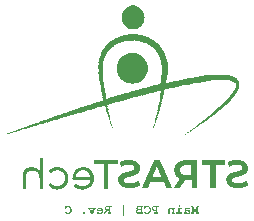
<source format=gbr>
%TF.GenerationSoftware,Altium Limited,Altium Designer,22.5.1 (42)*%
G04 Layer_Color=32896*
%FSLAX45Y45*%
%MOMM*%
%TF.SameCoordinates,09306DCC-7258-43E0-A79C-DC35209E08F8*%
%TF.FilePolarity,Positive*%
%TF.FileFunction,Legend,Bot*%
%TF.Part,Single*%
G01*
G75*
G36*
X25961Y-2693517D02*
X30627D01*
Y-2695850D01*
X35293D01*
Y-2693517D01*
X37626D01*
Y-2695850D01*
X44623D01*
Y-2698182D01*
X46955D01*
Y-2700515D01*
X51620D01*
Y-2702847D01*
X53954D01*
Y-2705181D01*
X60951D01*
Y-2707513D01*
X63284D01*
Y-2709846D01*
X65617D01*
Y-2712178D01*
X67949D01*
Y-2714511D01*
X70282D01*
Y-2716843D01*
X72614D01*
Y-2719175D01*
X74948D01*
Y-2721508D01*
X77280D01*
Y-2723841D01*
X79613D01*
Y-2726174D01*
X81945D01*
Y-2728506D01*
X84278D01*
Y-2730840D01*
X86610D01*
Y-2733172D01*
X88942D01*
Y-2735505D01*
X91275D01*
Y-2740169D01*
X93608D01*
Y-2744834D01*
X95941D01*
Y-2749500D01*
X98273D01*
Y-2754165D01*
X100607D01*
Y-2758831D01*
X102939D01*
Y-2763496D01*
X105272D01*
Y-2765828D01*
X102939D01*
Y-2775159D01*
X105272D01*
Y-2784489D01*
X107604D01*
Y-2786822D01*
X109937D01*
Y-2793820D01*
X107604D01*
Y-2798486D01*
X105272D01*
Y-2807816D01*
X102939D01*
Y-2828810D01*
X98273D01*
Y-2835807D01*
X95941D01*
Y-2840473D01*
X93608D01*
Y-2845138D01*
X88942D01*
Y-2847470D01*
X86610D01*
Y-2852135D01*
X84278D01*
Y-2856801D01*
X81945D01*
Y-2861466D01*
X79613D01*
Y-2863798D01*
X77280D01*
Y-2866132D01*
X74948D01*
Y-2868464D01*
X70282D01*
Y-2873129D01*
X60951D01*
Y-2875462D01*
X58619D01*
Y-2880128D01*
X53954D01*
Y-2882460D01*
X51620D01*
Y-2884793D01*
X37626D01*
Y-2889458D01*
X35293D01*
Y-2891791D01*
X28295D01*
Y-2889458D01*
X25961D01*
Y-2891791D01*
X-6695D01*
Y-2889458D01*
X-11360D01*
Y-2891791D01*
X-16026D01*
Y-2889458D01*
X-18358D01*
Y-2887125D01*
X-20691D01*
Y-2884793D01*
X-30022D01*
Y-2880128D01*
X-39351D01*
Y-2877794D01*
X-41685D01*
Y-2875462D01*
X-44017D01*
Y-2873129D01*
X-46350D01*
Y-2870797D01*
X-48682D01*
Y-2868464D01*
X-51015D01*
Y-2866132D01*
X-53347D01*
Y-2863798D01*
X-55680D01*
Y-2861466D01*
X-58013D01*
Y-2859134D01*
X-60346D01*
Y-2856801D01*
X-62678D01*
Y-2854469D01*
X-65011D01*
Y-2852135D01*
X-67343D01*
Y-2849803D01*
X-69676D01*
Y-2847470D01*
X-72009D01*
Y-2845138D01*
X-74341D01*
Y-2835807D01*
X-76674D01*
Y-2833475D01*
X-79006D01*
Y-2831142D01*
X-81339D01*
Y-2824145D01*
X-79006D01*
Y-2821811D01*
X-81339D01*
Y-2817145D01*
X-86004D01*
Y-2763496D01*
X-83672D01*
Y-2761164D01*
X-81339D01*
Y-2751833D01*
X-79006D01*
Y-2749500D01*
X-74341D01*
Y-2740169D01*
X-72009D01*
Y-2737837D01*
X-69676D01*
Y-2728506D01*
X-65011D01*
Y-2726174D01*
X-62678D01*
Y-2723841D01*
X-60346D01*
Y-2721508D01*
X-58013D01*
Y-2719175D01*
X-55680D01*
Y-2716843D01*
X-53347D01*
Y-2714511D01*
X-51015D01*
Y-2712178D01*
X-48682D01*
Y-2709846D01*
X-44017D01*
Y-2707513D01*
X-39351D01*
Y-2705181D01*
X-34687D01*
Y-2700515D01*
X-25356D01*
Y-2698182D01*
X-23023D01*
Y-2695850D01*
X-20691D01*
Y-2693517D01*
X-16026D01*
Y-2695850D01*
X-9028D01*
Y-2693517D01*
X-6695D01*
Y-2691185D01*
X-4362D01*
Y-2688852D01*
X25961D01*
Y-2693517D01*
D02*
G37*
G36*
X49288Y-2933778D02*
X53954D01*
Y-2936111D01*
X56286D01*
Y-2938443D01*
X81945D01*
Y-2940775D01*
X86610D01*
Y-2943108D01*
X91275D01*
Y-2945440D01*
X107604D01*
Y-2947774D01*
X109937D01*
Y-2950106D01*
X121600D01*
Y-2952439D01*
X126265D01*
Y-2954771D01*
X128598D01*
Y-2957105D01*
X137928D01*
Y-2959437D01*
X142594D01*
Y-2961769D01*
X147259D01*
Y-2964102D01*
X154256D01*
Y-2966434D01*
X156589D01*
Y-2968767D01*
X163587D01*
Y-2971099D01*
X168252D01*
Y-2973432D01*
X170585D01*
Y-2978098D01*
X172918D01*
Y-2980430D01*
X184581D01*
Y-2982763D01*
X186913D01*
Y-2985096D01*
X189246D01*
Y-2989761D01*
X193911D01*
Y-2992093D01*
X196244D01*
Y-2994426D01*
X200909D01*
Y-2996758D01*
X205574D01*
Y-3001424D01*
X207907D01*
Y-3003757D01*
X212572D01*
Y-3006089D01*
X214905D01*
Y-3008422D01*
X217237D01*
Y-3010754D01*
X219570D01*
Y-3013086D01*
X221902D01*
Y-3015419D01*
X224235D01*
Y-3017752D01*
X226568D01*
Y-3020085D01*
X228900D01*
Y-3022417D01*
X231233D01*
Y-3024751D01*
X233566D01*
Y-3027083D01*
X235898D01*
Y-3029416D01*
X238231D01*
Y-3031748D01*
X240564D01*
Y-3036413D01*
X242896D01*
Y-3038745D01*
X245229D01*
Y-3045744D01*
X249894D01*
Y-3048076D01*
X252226D01*
Y-3050409D01*
X254560D01*
Y-3052742D01*
X256892D01*
Y-3062072D01*
X259225D01*
Y-3064404D01*
X261558D01*
Y-3069070D01*
X263890D01*
Y-3071403D01*
X266223D01*
Y-3076068D01*
X268555D01*
Y-3080733D01*
X270888D01*
Y-3083065D01*
X273220D01*
Y-3087731D01*
X275553D01*
Y-3094729D01*
X277885D01*
Y-3099394D01*
X280219D01*
Y-3104059D01*
X282551D01*
Y-3113390D01*
X284884D01*
Y-3115722D01*
X287216D01*
Y-3120388D01*
X289549D01*
Y-3125053D01*
X287216D01*
Y-3132052D01*
X289549D01*
Y-3136716D01*
X291881D01*
Y-3139049D01*
X294214D01*
Y-3162375D01*
X296547D01*
Y-3167040D01*
X298879D01*
Y-3171705D01*
X301213D01*
Y-3274341D01*
X298879D01*
Y-3276674D01*
X296547D01*
Y-3281339D01*
X294214D01*
Y-3320994D01*
X291881D01*
Y-3323327D01*
X289549D01*
Y-3327992D01*
X287216D01*
Y-3339655D01*
X289549D01*
Y-3341987D01*
X291881D01*
Y-3344320D01*
X294214D01*
Y-3341987D01*
X310542D01*
Y-3344320D01*
X312875D01*
Y-3341987D01*
X317540D01*
Y-3339655D01*
X319872D01*
Y-3337322D01*
X343199D01*
Y-3334990D01*
X347865D01*
Y-3332657D01*
X350197D01*
Y-3330324D01*
X361860D01*
Y-3332657D01*
X364193D01*
Y-3330324D01*
X368859D01*
Y-3327992D01*
X373524D01*
Y-3325659D01*
X378189D01*
Y-3323327D01*
X380521D01*
Y-3325659D01*
X394518D01*
Y-3323327D01*
X401515D01*
Y-3320994D01*
X406180D01*
Y-3318662D01*
X424841D01*
Y-3316328D01*
X434171D01*
Y-3313996D01*
X436505D01*
Y-3311663D01*
X459830D01*
Y-3309331D01*
X464496D01*
Y-3306997D01*
X466829D01*
Y-3304665D01*
X480825D01*
Y-3306997D01*
X487822D01*
Y-3304665D01*
X492488D01*
Y-3302333D01*
X494820D01*
Y-3300000D01*
X527477D01*
Y-3297668D01*
X529809D01*
Y-3295335D01*
X532142D01*
Y-3293003D01*
X564799D01*
Y-3290670D01*
X567131D01*
Y-3288337D01*
X599789D01*
Y-3286004D01*
X602121D01*
Y-3283672D01*
X606786D01*
Y-3281339D01*
X655771D01*
Y-3279006D01*
X660436D01*
Y-3276674D01*
X800395D01*
Y-3279006D01*
X805059D01*
Y-3281339D01*
X833051D01*
Y-3283672D01*
X837716D01*
Y-3286004D01*
X842382D01*
Y-3288337D01*
X851712D01*
Y-3290670D01*
X854045D01*
Y-3293003D01*
X863375D01*
Y-3295335D01*
X865708D01*
Y-3297668D01*
X870373D01*
Y-3300000D01*
X875038D01*
Y-3302333D01*
X877370D01*
Y-3304665D01*
X882036D01*
Y-3306997D01*
X886701D01*
Y-3309331D01*
X889035D01*
Y-3313996D01*
X893700D01*
Y-3320994D01*
X896032D01*
Y-3323327D01*
X898365D01*
Y-3325659D01*
X900697D01*
Y-3330324D01*
X903029D01*
Y-3334990D01*
X905362D01*
Y-3339655D01*
X907695D01*
Y-3341987D01*
X910028D01*
Y-3346653D01*
X907695D01*
Y-3388640D01*
X903029D01*
Y-3393305D01*
X900697D01*
Y-3402636D01*
X898365D01*
Y-3409634D01*
X896032D01*
Y-3411966D01*
X893700D01*
Y-3416632D01*
X891367D01*
Y-3421297D01*
X889035D01*
Y-3423629D01*
X886701D01*
Y-3425963D01*
X884369D01*
Y-3430627D01*
X882036D01*
Y-3437625D01*
X879703D01*
Y-3439957D01*
X877370D01*
Y-3442291D01*
X875038D01*
Y-3444623D01*
X872706D01*
Y-3446956D01*
X870373D01*
Y-3451622D01*
X868041D01*
Y-3456286D01*
X865708D01*
Y-3460951D01*
X863375D01*
Y-3463284D01*
X861042D01*
Y-3465616D01*
X856377D01*
Y-3467950D01*
X854045D01*
Y-3472615D01*
X849380D01*
Y-3477280D01*
X847047D01*
Y-3479613D01*
X844714D01*
Y-3484278D01*
X842382D01*
Y-3486610D01*
X840049D01*
Y-3488943D01*
X837716D01*
Y-3491275D01*
X835383D01*
Y-3495941D01*
X833051D01*
Y-3498274D01*
X830718D01*
Y-3500606D01*
X828386D01*
Y-3502939D01*
X826054D01*
Y-3505271D01*
X823721D01*
Y-3507604D01*
X821389D01*
Y-3509937D01*
X819055D01*
Y-3512269D01*
X816723D01*
Y-3514602D01*
X814390D01*
Y-3516935D01*
X812057D01*
Y-3519268D01*
X809724D01*
Y-3521600D01*
X807392D01*
Y-3523933D01*
X805059D01*
Y-3526265D01*
X802727D01*
Y-3528598D01*
X798062D01*
Y-3530930D01*
X795729D01*
Y-3533262D01*
X788731D01*
Y-3535596D01*
X786399D01*
Y-3540261D01*
X784066D01*
Y-3542594D01*
X781733D01*
Y-3544926D01*
X777068D01*
Y-3547259D01*
X774736D01*
Y-3551924D01*
X770070D01*
Y-3556589D01*
X767737D01*
Y-3558922D01*
X765405D01*
Y-3561255D01*
X763072D01*
Y-3563587D01*
X760740D01*
Y-3565920D01*
X753742D01*
Y-3568252D01*
X751409D01*
Y-3570585D01*
X746743D01*
Y-3572917D01*
X744412D01*
Y-3575250D01*
X742078D01*
Y-3577583D01*
X739746D01*
Y-3579915D01*
X737413D01*
Y-3582248D01*
X735081D01*
Y-3584581D01*
X732748D01*
Y-3586914D01*
X730416D01*
Y-3589246D01*
X728083D01*
Y-3591579D01*
X725750D01*
Y-3593911D01*
X723418D01*
Y-3596244D01*
X718752D01*
Y-3598576D01*
X714087D01*
Y-3600909D01*
X709422D01*
Y-3605574D01*
X707089D01*
Y-3607907D01*
X704757D01*
Y-3610240D01*
X702425D01*
Y-3612573D01*
X697759D01*
Y-3617238D01*
X688429D01*
Y-3619570D01*
X686095D01*
Y-3621903D01*
X683763D01*
Y-3624235D01*
X681429D01*
Y-3626569D01*
X679097D01*
Y-3628901D01*
X676765D01*
Y-3631233D01*
X674432D01*
Y-3633566D01*
X669767D01*
Y-3635898D01*
X662770D01*
Y-3638231D01*
X660436D01*
Y-3640564D01*
X658104D01*
Y-3645229D01*
X653439D01*
Y-3647562D01*
X651106D01*
Y-3649894D01*
X648773D01*
Y-3652228D01*
X644108D01*
Y-3654560D01*
X639442D01*
Y-3656892D01*
X637110D01*
Y-3659225D01*
X634777D01*
Y-3661557D01*
X632445D01*
Y-3663890D01*
X630113D01*
Y-3666222D01*
X627780D01*
Y-3668556D01*
X618449D01*
Y-3670888D01*
X616117D01*
Y-3673221D01*
X613783D01*
Y-3675553D01*
X611451D01*
Y-3677885D01*
X609118D01*
Y-3680219D01*
X602121D01*
Y-3682551D01*
X599789D01*
Y-3684884D01*
X597455D01*
Y-3687216D01*
X595124D01*
Y-3689549D01*
X590458D01*
Y-3691881D01*
X585792D01*
Y-3694215D01*
X583460D01*
Y-3696547D01*
X578795D01*
Y-3698880D01*
X576462D01*
Y-3701212D01*
X574130D01*
Y-3703545D01*
X567131D01*
Y-3705877D01*
X564799D01*
Y-3708210D01*
X562466D01*
Y-3710543D01*
X560134D01*
Y-3712875D01*
X557801D01*
Y-3715208D01*
X553136D01*
Y-3717540D01*
X548471D01*
Y-3719874D01*
X543805D01*
Y-3722206D01*
X541472D01*
Y-3726871D01*
X536807D01*
Y-3729203D01*
X532142D01*
Y-3731536D01*
X527477D01*
Y-3733868D01*
X525144D01*
Y-3736202D01*
X522812D01*
Y-3738534D01*
X520479D01*
Y-3740867D01*
X515813D01*
Y-3743200D01*
X511148D01*
Y-3745533D01*
X508816D01*
Y-3747865D01*
X506484D01*
Y-3750198D01*
X501818D01*
Y-3752530D01*
X499485D01*
Y-3754862D01*
X497153D01*
Y-3757195D01*
X487822D01*
Y-3752530D01*
X490155D01*
Y-3750198D01*
X492488D01*
Y-3747865D01*
X494820D01*
Y-3745533D01*
X497153D01*
Y-3743200D01*
X499485D01*
Y-3740867D01*
X506484D01*
Y-3738534D01*
X511148D01*
Y-3736202D01*
X513481D01*
Y-3731536D01*
X518146D01*
Y-3729203D01*
X520479D01*
Y-3726871D01*
X522812D01*
Y-3724539D01*
X525144D01*
Y-3722206D01*
X532142D01*
Y-3719874D01*
X534475D01*
Y-3717540D01*
X539140D01*
Y-3712875D01*
X541472D01*
Y-3710543D01*
X546138D01*
Y-3708210D01*
X548471D01*
Y-3705877D01*
X550803D01*
Y-3703545D01*
X553136D01*
Y-3701212D01*
X557801D01*
Y-3698880D01*
X562466D01*
Y-3696547D01*
X564799D01*
Y-3694215D01*
X567131D01*
Y-3691881D01*
X569464D01*
Y-3689549D01*
X571796D01*
Y-3687216D01*
X574130D01*
Y-3684884D01*
X576462D01*
Y-3682551D01*
X578795D01*
Y-3680219D01*
X588125D01*
Y-3677885D01*
X590458D01*
Y-3673221D01*
X595124D01*
Y-3670888D01*
X597455D01*
Y-3668556D01*
X599789D01*
Y-3666222D01*
X602121D01*
Y-3663890D01*
X604454D01*
Y-3661557D01*
X611451D01*
Y-3659225D01*
X613783D01*
Y-3656892D01*
X616117D01*
Y-3654560D01*
X618449D01*
Y-3652228D01*
X620782D01*
Y-3649894D01*
X623115D01*
Y-3647562D01*
X627780D01*
Y-3645229D01*
X630113D01*
Y-3640564D01*
X634777D01*
Y-3638231D01*
X639442D01*
Y-3635898D01*
X641776D01*
Y-3633566D01*
X646441D01*
Y-3628901D01*
X651106D01*
Y-3626569D01*
X653439D01*
Y-3624235D01*
X655771D01*
Y-3621903D01*
X658104D01*
Y-3619570D01*
X660436D01*
Y-3617238D01*
X662770D01*
Y-3614905D01*
X665102D01*
Y-3612573D01*
X667435D01*
Y-3610240D01*
X669767D01*
Y-3607907D01*
X672100D01*
Y-3605574D01*
X676765D01*
Y-3603242D01*
X679097D01*
Y-3600909D01*
X683763D01*
Y-3598576D01*
X686095D01*
Y-3596244D01*
X688429D01*
Y-3593911D01*
X690761D01*
Y-3591579D01*
X693094D01*
Y-3589246D01*
X695426D01*
Y-3586914D01*
X697759D01*
Y-3584581D01*
X700091D01*
Y-3582248D01*
X702425D01*
Y-3579915D01*
X704757D01*
Y-3577583D01*
X707089D01*
Y-3575250D01*
X709422D01*
Y-3572917D01*
X711754D01*
Y-3570585D01*
X714087D01*
Y-3568252D01*
X716420D01*
Y-3565920D01*
X718752D01*
Y-3563587D01*
X721085D01*
Y-3561255D01*
X723418D01*
Y-3558922D01*
X725750D01*
Y-3556589D01*
X730416D01*
Y-3554256D01*
X732748D01*
Y-3551924D01*
X739746D01*
Y-3549592D01*
X742078D01*
Y-3547259D01*
X744412D01*
Y-3544926D01*
X746743D01*
Y-3542594D01*
X749077D01*
Y-3540261D01*
X751409D01*
Y-3537928D01*
X753742D01*
Y-3535596D01*
X756075D01*
Y-3533262D01*
X758407D01*
Y-3530930D01*
X760740D01*
Y-3528598D01*
X763072D01*
Y-3526265D01*
X765405D01*
Y-3523933D01*
X767737D01*
Y-3521600D01*
X770070D01*
Y-3519268D01*
X772403D01*
Y-3516935D01*
X774736D01*
Y-3514602D01*
X777068D01*
Y-3512269D01*
X779400D01*
Y-3509937D01*
X781733D01*
Y-3507604D01*
X784066D01*
Y-3505271D01*
X786399D01*
Y-3502939D01*
X788731D01*
Y-3500606D01*
X791064D01*
Y-3498274D01*
X793396D01*
Y-3495941D01*
X795729D01*
Y-3493609D01*
X798062D01*
Y-3491275D01*
X800395D01*
Y-3488943D01*
X802727D01*
Y-3486610D01*
X805059D01*
Y-3484278D01*
X807392D01*
Y-3481945D01*
X809724D01*
Y-3479613D01*
X812057D01*
Y-3477280D01*
X814390D01*
Y-3474947D01*
X816723D01*
Y-3472615D01*
X819055D01*
Y-3470282D01*
X821389D01*
Y-3467950D01*
X823721D01*
Y-3465616D01*
X826054D01*
Y-3463284D01*
X828386D01*
Y-3460951D01*
X830718D01*
Y-3451622D01*
X833051D01*
Y-3449289D01*
X835383D01*
Y-3446956D01*
X837716D01*
Y-3444623D01*
X840049D01*
Y-3442291D01*
X842382D01*
Y-3439957D01*
X844714D01*
Y-3437625D01*
X847047D01*
Y-3432960D01*
X849380D01*
Y-3428295D01*
X851712D01*
Y-3425963D01*
X854045D01*
Y-3423629D01*
X856377D01*
Y-3421297D01*
X858710D01*
Y-3414299D01*
X861042D01*
Y-3409634D01*
X863375D01*
Y-3407301D01*
X865708D01*
Y-3404969D01*
X868041D01*
Y-3402636D01*
X870373D01*
Y-3400304D01*
X872706D01*
Y-3393305D01*
X870373D01*
Y-3388640D01*
X872706D01*
Y-3386308D01*
X875038D01*
Y-3383974D01*
X877370D01*
Y-3355983D01*
X879703D01*
Y-3353651D01*
X877370D01*
Y-3348986D01*
X875038D01*
Y-3346653D01*
X872706D01*
Y-3344320D01*
X870373D01*
Y-3341987D01*
X868041D01*
Y-3339655D01*
X863375D01*
Y-3337322D01*
X854045D01*
Y-3334990D01*
X849380D01*
Y-3332657D01*
X847047D01*
Y-3330324D01*
X842382D01*
Y-3327992D01*
X840049D01*
Y-3330324D01*
X833051D01*
Y-3327992D01*
X830718D01*
Y-3325659D01*
X828386D01*
Y-3323327D01*
X667435D01*
Y-3325659D01*
X665102D01*
Y-3327992D01*
X662770D01*
Y-3330324D01*
X651106D01*
Y-3327992D01*
X632445D01*
Y-3330324D01*
X627780D01*
Y-3332657D01*
X623115D01*
Y-3334990D01*
X588125D01*
Y-3337322D01*
X585792D01*
Y-3339655D01*
X581127D01*
Y-3341987D01*
X553136D01*
Y-3344320D01*
X550803D01*
Y-3346653D01*
X548471D01*
Y-3348986D01*
X534475D01*
Y-3346653D01*
X532142D01*
Y-3348986D01*
X520479D01*
Y-3351318D01*
X518146D01*
Y-3353651D01*
X492488D01*
Y-3355983D01*
X487822D01*
Y-3358315D01*
X485490D01*
Y-3360649D01*
X457498D01*
Y-3362981D01*
X455166D01*
Y-3365314D01*
X427174D01*
Y-3367646D01*
X424841D01*
Y-3369979D01*
X422509D01*
Y-3372311D01*
X396850D01*
Y-3374645D01*
X394518D01*
Y-3376976D01*
X373524D01*
Y-3379310D01*
X368859D01*
Y-3381642D01*
X366525D01*
Y-3383974D01*
X345531D01*
Y-3386308D01*
X343199D01*
Y-3388640D01*
X322206D01*
Y-3390973D01*
X317540D01*
Y-3393305D01*
X315207D01*
Y-3395638D01*
X294214D01*
Y-3397970D01*
X289549D01*
Y-3400304D01*
X280219D01*
Y-3402636D01*
X275553D01*
Y-3418964D01*
X273220D01*
Y-3421297D01*
X270888D01*
Y-3423629D01*
X268555D01*
Y-3430627D01*
X270888D01*
Y-3439957D01*
X268555D01*
Y-3446956D01*
X266223D01*
Y-3451622D01*
X263890D01*
Y-3472615D01*
X261558D01*
Y-3474947D01*
X259225D01*
Y-3477280D01*
X256892D01*
Y-3495941D01*
X254560D01*
Y-3500606D01*
X252226D01*
Y-3502939D01*
X249894D01*
Y-3512269D01*
X252226D01*
Y-3519268D01*
X249894D01*
Y-3521600D01*
X247561D01*
Y-3523933D01*
X245229D01*
Y-3542594D01*
X242896D01*
Y-3544926D01*
X240564D01*
Y-3547259D01*
X238231D01*
Y-3565920D01*
X233566D01*
Y-3584581D01*
X231233D01*
Y-3586914D01*
X228900D01*
Y-3591579D01*
X226568D01*
Y-3598576D01*
X228900D01*
Y-3600909D01*
X226568D01*
Y-3605574D01*
X224235D01*
Y-3607907D01*
X221902D01*
Y-3621903D01*
X219570D01*
Y-3624235D01*
X217237D01*
Y-3626569D01*
X214905D01*
Y-3635898D01*
X217237D01*
Y-3638231D01*
X214905D01*
Y-3642896D01*
X212572D01*
Y-3645229D01*
X210239D01*
Y-3656892D01*
X207907D01*
Y-3661557D01*
X205574D01*
Y-3666222D01*
X203242D01*
Y-3677885D01*
X200909D01*
Y-3682551D01*
X198577D01*
Y-3691881D01*
X196244D01*
Y-3694215D01*
X193911D01*
Y-3703545D01*
X191578D01*
Y-3705877D01*
X189246D01*
Y-3708210D01*
X186913D01*
Y-3705877D01*
X184581D01*
Y-3696547D01*
X186913D01*
Y-3691881D01*
X189246D01*
Y-3689549D01*
X191578D01*
Y-3670888D01*
X193911D01*
Y-3666222D01*
X196244D01*
Y-3663890D01*
X198577D01*
Y-3645229D01*
X200909D01*
Y-3642896D01*
X203242D01*
Y-3638231D01*
X205574D01*
Y-3633566D01*
X203242D01*
Y-3624235D01*
X205574D01*
Y-3619570D01*
X207907D01*
Y-3617238D01*
X210239D01*
Y-3596244D01*
X212572D01*
Y-3593911D01*
X214905D01*
Y-3591579D01*
X217237D01*
Y-3584581D01*
X214905D01*
Y-3577583D01*
X217237D01*
Y-3575250D01*
X214905D01*
Y-3570585D01*
X217237D01*
Y-3565920D01*
X219570D01*
Y-3563587D01*
X221902D01*
Y-3535596D01*
X226568D01*
Y-3533262D01*
X228900D01*
Y-3516935D01*
X226568D01*
Y-3509937D01*
X228900D01*
Y-3505271D01*
X231233D01*
Y-3502939D01*
X233566D01*
Y-3477280D01*
X235898D01*
Y-3474947D01*
X238231D01*
Y-3472615D01*
X240564D01*
Y-3460951D01*
X238231D01*
Y-3458619D01*
X240564D01*
Y-3446956D01*
X238231D01*
Y-3437625D01*
X240564D01*
Y-3432960D01*
X242896D01*
Y-3430627D01*
X245229D01*
Y-3423629D01*
X247561D01*
Y-3418964D01*
X245229D01*
Y-3414299D01*
X221902D01*
Y-3411966D01*
X219570D01*
Y-3414299D01*
X214905D01*
Y-3416632D01*
X212572D01*
Y-3418964D01*
X210239D01*
Y-3421297D01*
X191578D01*
Y-3423629D01*
X189246D01*
Y-3425963D01*
X184581D01*
Y-3428295D01*
X182248D01*
Y-3425963D01*
X170585D01*
Y-3428295D01*
X168252D01*
Y-3430627D01*
X165919D01*
Y-3432960D01*
X144926D01*
Y-3435292D01*
X142594D01*
Y-3437625D01*
X137928D01*
Y-3439957D01*
X130930D01*
Y-3437625D01*
X121600D01*
Y-3439957D01*
X119266D01*
Y-3442291D01*
X116934D01*
Y-3444623D01*
X95941D01*
Y-3446956D01*
X93608D01*
Y-3449289D01*
X91275D01*
Y-3451622D01*
X84278D01*
Y-3449289D01*
X77280D01*
Y-3451622D01*
X74948D01*
Y-3453954D01*
X70282D01*
Y-3456286D01*
X51620D01*
Y-3458619D01*
X49288D01*
Y-3460951D01*
X32960D01*
Y-3463284D01*
X28295D01*
Y-3465616D01*
X25961D01*
Y-3467950D01*
X7301D01*
Y-3470282D01*
X4968D01*
Y-3472615D01*
X-2030D01*
Y-3474947D01*
X-16026D01*
Y-3477280D01*
X-18358D01*
Y-3479613D01*
X-34687D01*
Y-3481945D01*
X-37019D01*
Y-3484278D01*
X-39351D01*
Y-3486610D01*
X-58013D01*
Y-3488943D01*
X-60346D01*
Y-3491275D01*
X-65011D01*
Y-3493609D01*
X-72009D01*
Y-3491275D01*
X-76674D01*
Y-3493609D01*
X-81339D01*
Y-3495941D01*
X-83672D01*
Y-3498274D01*
X-100000D01*
Y-3500606D01*
X-104665D01*
Y-3502939D01*
X-106999D01*
Y-3505271D01*
X-123326D01*
Y-3507604D01*
X-125659D01*
Y-3509937D01*
X-141987D01*
Y-3512269D01*
X-146652D01*
Y-3514602D01*
X-148985D01*
Y-3516935D01*
X-165313D01*
Y-3519268D01*
X-167646D01*
Y-3521600D01*
X-172311D01*
Y-3523933D01*
X-181642D01*
Y-3521600D01*
X-183974D01*
Y-3523933D01*
X-188639D01*
Y-3526265D01*
X-190972D01*
Y-3528598D01*
X-207301D01*
Y-3540261D01*
X-204969D01*
Y-3547259D01*
X-207301D01*
Y-3554256D01*
X-204969D01*
Y-3561255D01*
X-202636D01*
Y-3563587D01*
X-200303D01*
Y-3568252D01*
X-197970D01*
Y-3575250D01*
X-200303D01*
Y-3589246D01*
X-197970D01*
Y-3593911D01*
X-195638D01*
Y-3596244D01*
X-193305D01*
Y-3619570D01*
X-188639D01*
Y-3624235D01*
X-186307D01*
Y-3628901D01*
X-188639D01*
Y-3635898D01*
X-186307D01*
Y-3645229D01*
X-183974D01*
Y-3647562D01*
X-181642D01*
Y-3666222D01*
X-179310D01*
Y-3668556D01*
X-176977D01*
Y-3673221D01*
X-174645D01*
Y-3689549D01*
X-172311D01*
Y-3691881D01*
X-169979D01*
Y-3708210D01*
X-174645D01*
Y-3703545D01*
X-176977D01*
Y-3696547D01*
X-179310D01*
Y-3694215D01*
X-181642D01*
Y-3680219D01*
X-183974D01*
Y-3677885D01*
X-186307D01*
Y-3666222D01*
X-188639D01*
Y-3661557D01*
X-190972D01*
Y-3659225D01*
X-193305D01*
Y-3645229D01*
X-195638D01*
Y-3642896D01*
X-197970D01*
Y-3631233D01*
X-200303D01*
Y-3626569D01*
X-202636D01*
Y-3624235D01*
X-204969D01*
Y-3607907D01*
X-209633D01*
Y-3605574D01*
X-211966D01*
Y-3591579D01*
X-214298D01*
Y-3586914D01*
X-216632D01*
Y-3582248D01*
X-218964D01*
Y-3577583D01*
X-216632D01*
Y-3568252D01*
X-218964D01*
Y-3565920D01*
X-221297D01*
Y-3563587D01*
X-223629D01*
Y-3549592D01*
X-225962D01*
Y-3544926D01*
X-228294D01*
Y-3542594D01*
X-230627D01*
Y-3540261D01*
X-251621D01*
Y-3542594D01*
X-253953D01*
Y-3544926D01*
X-258618D01*
Y-3547259D01*
X-272615D01*
Y-3549592D01*
X-274947D01*
Y-3551924D01*
X-293608D01*
Y-3554256D01*
X-295941D01*
Y-3556589D01*
X-298273D01*
Y-3558922D01*
X-314602D01*
Y-3561255D01*
X-319267D01*
Y-3563587D01*
X-335596D01*
Y-3565920D01*
X-337928D01*
Y-3568252D01*
X-340261D01*
Y-3570585D01*
X-356589D01*
Y-3572917D01*
X-358921D01*
Y-3575250D01*
X-361254D01*
Y-3577583D01*
X-379916D01*
Y-3579915D01*
X-382248D01*
Y-3582248D01*
X-384580D01*
Y-3584581D01*
X-389245D01*
Y-3582248D01*
X-396244D01*
Y-3584581D01*
X-400910D01*
Y-3586914D01*
X-403242D01*
Y-3589246D01*
X-419570D01*
Y-3591579D01*
X-421903D01*
Y-3593911D01*
X-426568D01*
Y-3596244D01*
X-435898D01*
Y-3593911D01*
X-438231D01*
Y-3596244D01*
X-442896D01*
Y-3598576D01*
X-445229D01*
Y-3600909D01*
X-461557D01*
Y-3603242D01*
X-463890D01*
Y-3605574D01*
X-468556D01*
Y-3607907D01*
X-473221D01*
Y-3605574D01*
X-477886D01*
Y-3607907D01*
X-484883D01*
Y-3610240D01*
X-487216D01*
Y-3612573D01*
X-503545D01*
Y-3614905D01*
X-505877D01*
Y-3617238D01*
X-510543D01*
Y-3619570D01*
X-524538D01*
Y-3621903D01*
X-529204D01*
Y-3624235D01*
X-543199D01*
Y-3626569D01*
X-545532D01*
Y-3628901D01*
X-550198D01*
Y-3631233D01*
X-559527D01*
Y-3628901D01*
X-561861D01*
Y-3631233D01*
X-566526D01*
Y-3633566D01*
X-568858D01*
Y-3635898D01*
X-582854D01*
Y-3638231D01*
X-585186D01*
Y-3640564D01*
X-589851D01*
Y-3642896D01*
X-606180D01*
Y-3645229D01*
X-608513D01*
Y-3647562D01*
X-624842D01*
Y-3649894D01*
X-627174D01*
Y-3652228D01*
X-629507D01*
Y-3654560D01*
X-645835D01*
Y-3656892D01*
X-648168D01*
Y-3659225D01*
X-650500D01*
Y-3661557D01*
X-666828D01*
Y-3663890D01*
X-669162D01*
Y-3666222D01*
X-671494D01*
Y-3668556D01*
X-680824D01*
Y-3666222D01*
X-683156D01*
Y-3668556D01*
X-687822D01*
Y-3670888D01*
X-690155D01*
Y-3673221D01*
X-704150D01*
Y-3675553D01*
X-708815D01*
Y-3677885D01*
X-711149D01*
Y-3680219D01*
X-720479D01*
Y-3677885D01*
X-725144D01*
Y-3680219D01*
X-729809D01*
Y-3684884D01*
X-746138D01*
Y-3687216D01*
X-748470D01*
Y-3689549D01*
X-753136D01*
Y-3691881D01*
X-767132D01*
Y-3694215D01*
X-769464D01*
Y-3696547D01*
X-788125D01*
Y-3698880D01*
X-790458D01*
Y-3701212D01*
X-792791D01*
Y-3703545D01*
X-806786D01*
Y-3705877D01*
X-809119D01*
Y-3708210D01*
X-825447D01*
Y-3710543D01*
X-827779D01*
Y-3712875D01*
X-834778D01*
Y-3715208D01*
X-848774D01*
Y-3717540D01*
X-851106D01*
Y-3719874D01*
X-865102D01*
Y-3722206D01*
X-867434D01*
Y-3724539D01*
X-872100D01*
Y-3726871D01*
X-888428D01*
Y-3729203D01*
X-890761D01*
Y-3731536D01*
X-895427D01*
Y-3733868D01*
X-909421D01*
Y-3736202D01*
X-911755D01*
Y-3738534D01*
X-930415D01*
Y-3743200D01*
X-932748D01*
Y-3745533D01*
X-951409D01*
Y-3747865D01*
X-953742D01*
Y-3750198D01*
X-956074D01*
Y-3752530D01*
X-965405D01*
Y-3750198D01*
X-967738D01*
Y-3752530D01*
X-970070D01*
Y-3754862D01*
X-972403D01*
Y-3757195D01*
X-986399D01*
Y-3759527D01*
X-991064D01*
Y-3761861D01*
X-995729D01*
Y-3764193D01*
X-1009725D01*
Y-3766526D01*
X-1012057D01*
Y-3768858D01*
X-1016722D01*
Y-3771191D01*
X-1019055D01*
Y-3768858D01*
X-1026053D01*
Y-3771191D01*
X-1030719D01*
Y-3773524D01*
X-1033051D01*
Y-3775856D01*
X-1049379D01*
Y-3778189D01*
X-1054045D01*
Y-3780521D01*
X-1056378D01*
Y-3782855D01*
X-1061043D01*
Y-3780521D01*
X-1065708D01*
Y-3775856D01*
X-1054045D01*
Y-3771191D01*
X-1051712D01*
Y-3768858D01*
X-1035384D01*
Y-3766526D01*
X-1033051D01*
Y-3764193D01*
X-1026053D01*
Y-3761861D01*
X-1023720D01*
Y-3759527D01*
X-1021388D01*
Y-3757195D01*
X-1007392D01*
Y-3754862D01*
X-1005060D01*
Y-3752530D01*
X-988732D01*
Y-3750198D01*
X-986399D01*
Y-3747865D01*
X-984066D01*
Y-3745533D01*
X-974735D01*
Y-3743200D01*
X-972403D01*
Y-3740867D01*
X-960740D01*
Y-3738534D01*
X-958407D01*
Y-3736202D01*
X-953742D01*
Y-3733868D01*
X-939746D01*
Y-3731536D01*
X-937414D01*
Y-3729203D01*
X-930415D01*
Y-3726871D01*
X-921085D01*
Y-3724539D01*
X-918752D01*
Y-3722206D01*
X-914087D01*
Y-3719874D01*
X-909421D01*
Y-3717540D01*
X-907089D01*
Y-3715208D01*
X-900091D01*
Y-3717540D01*
X-895427D01*
Y-3715208D01*
X-890761D01*
Y-3712875D01*
X-888428D01*
Y-3710543D01*
X-879097D01*
Y-3708210D01*
X-872100D01*
Y-3705877D01*
X-869768D01*
Y-3703545D01*
X-855772D01*
Y-3701212D01*
X-853438D01*
Y-3698880D01*
X-848774D01*
Y-3696547D01*
X-844109D01*
Y-3694215D01*
X-839443D01*
Y-3691881D01*
X-825447D01*
Y-3689549D01*
X-823115D01*
Y-3687216D01*
X-820782D01*
Y-3684884D01*
X-809119D01*
Y-3682551D01*
X-806786D01*
Y-3680219D01*
X-790458D01*
Y-3677885D01*
X-788125D01*
Y-3675553D01*
X-785792D01*
Y-3673221D01*
X-776461D01*
Y-3670888D01*
X-774129D01*
Y-3668556D01*
X-762467D01*
Y-3666222D01*
X-757801D01*
Y-3663890D01*
X-755468D01*
Y-3661557D01*
X-741473D01*
Y-3659225D01*
X-739140D01*
Y-3656892D01*
X-727477D01*
Y-3654560D01*
X-722812D01*
Y-3652228D01*
X-720479D01*
Y-3649894D01*
X-706483D01*
Y-3647562D01*
X-704150D01*
Y-3645229D01*
X-699486D01*
Y-3642896D01*
X-694821D01*
Y-3640564D01*
X-690155D01*
Y-3638231D01*
X-678491D01*
Y-3635898D01*
X-673827D01*
Y-3633566D01*
X-671494D01*
Y-3631233D01*
X-657498D01*
Y-3628901D01*
X-655165D01*
Y-3626569D01*
X-652832D01*
Y-3624235D01*
X-638837D01*
Y-3621903D01*
X-636504D01*
Y-3619570D01*
X-622509D01*
Y-3617238D01*
X-620176D01*
Y-3614905D01*
X-617844D01*
Y-3612573D01*
X-601516D01*
Y-3607907D01*
X-587519D01*
Y-3605574D01*
X-585186D01*
Y-3603242D01*
X-580521D01*
Y-3600909D01*
X-566526D01*
Y-3598576D01*
X-564193D01*
Y-3596244D01*
X-552530D01*
Y-3593911D01*
X-550198D01*
Y-3591579D01*
X-545532D01*
Y-3589246D01*
X-531536D01*
Y-3586914D01*
X-529204D01*
Y-3584581D01*
X-515208D01*
Y-3582248D01*
X-512875D01*
Y-3579915D01*
X-510543D01*
Y-3577583D01*
X-494214D01*
Y-3572917D01*
X-480218D01*
Y-3570585D01*
X-477886D01*
Y-3568252D01*
X-473221D01*
Y-3565920D01*
X-461557D01*
Y-3563587D01*
X-459224D01*
Y-3561255D01*
X-454559D01*
Y-3558922D01*
X-440563D01*
Y-3556589D01*
X-438231D01*
Y-3554256D01*
X-435898D01*
Y-3551924D01*
X-421903D01*
Y-3549592D01*
X-419570D01*
Y-3547259D01*
X-405575D01*
Y-3544926D01*
X-403242D01*
Y-3542594D01*
X-400910D01*
Y-3540261D01*
X-386913D01*
Y-3537928D01*
X-384580D01*
Y-3535596D01*
X-370585D01*
Y-3533262D01*
X-365920D01*
Y-3528598D01*
X-349592D01*
Y-3526265D01*
X-347258D01*
Y-3523933D01*
X-344926D01*
Y-3521600D01*
X-340261D01*
Y-3523933D01*
X-335596D01*
Y-3521600D01*
X-330931D01*
Y-3516935D01*
X-314602D01*
Y-3514602D01*
X-312269D01*
Y-3512269D01*
X-305271D01*
Y-3509937D01*
X-293608D01*
Y-3507604D01*
X-288943D01*
Y-3505271D01*
X-272615D01*
Y-3502939D01*
X-270282D01*
Y-3500606D01*
X-267950D01*
Y-3498274D01*
X-263284D01*
Y-3500606D01*
X-256287D01*
Y-3498274D01*
X-253953D01*
Y-3495941D01*
X-251621D01*
Y-3493609D01*
X-244623D01*
Y-3491275D01*
X-242291D01*
Y-3474947D01*
X-244623D01*
Y-3472615D01*
X-246956D01*
Y-3470282D01*
X-249288D01*
Y-3463284D01*
X-246956D01*
Y-3456286D01*
X-249288D01*
Y-3451622D01*
X-251621D01*
Y-3449289D01*
X-253953D01*
Y-3421297D01*
X-256287D01*
Y-3418964D01*
X-258618D01*
Y-3414299D01*
X-260951D01*
Y-3407301D01*
X-258618D01*
Y-3397970D01*
X-260951D01*
Y-3390973D01*
X-263284D01*
Y-3388640D01*
X-265616D01*
Y-3360649D01*
X-270282D01*
Y-3327992D01*
X-272615D01*
Y-3325659D01*
X-274947D01*
Y-3320994D01*
X-277280D01*
Y-3279006D01*
X-279612D01*
Y-3274341D01*
X-281946D01*
Y-3269676D01*
X-284278D01*
Y-3262678D01*
X-281946D01*
Y-3258013D01*
X-284278D01*
Y-3248683D01*
X-281946D01*
Y-3223024D01*
X-284278D01*
Y-3192699D01*
X-281946D01*
Y-3178704D01*
X-284278D01*
Y-3171705D01*
X-281946D01*
Y-3167040D01*
X-279612D01*
Y-3164708D01*
X-277280D01*
Y-3139049D01*
X-274947D01*
Y-3136716D01*
X-272615D01*
Y-3134384D01*
X-270282D01*
Y-3122721D01*
X-272615D01*
Y-3120388D01*
X-270282D01*
Y-3115722D01*
X-267950D01*
Y-3113390D01*
X-265616D01*
Y-3104059D01*
X-263284D01*
Y-3101727D01*
X-260951D01*
Y-3097062D01*
X-258618D01*
Y-3085398D01*
X-256287D01*
Y-3083065D01*
X-253953D01*
Y-3073735D01*
X-251621D01*
Y-3071403D01*
X-249288D01*
Y-3066738D01*
X-246956D01*
Y-3064404D01*
X-242291D01*
Y-3057407D01*
X-239957D01*
Y-3052742D01*
X-237625D01*
Y-3050409D01*
X-235292D01*
Y-3048076D01*
X-232960D01*
Y-3045744D01*
X-230627D01*
Y-3041078D01*
X-228294D01*
Y-3036413D01*
X-225962D01*
Y-3034081D01*
X-223629D01*
Y-3031748D01*
X-221297D01*
Y-3027083D01*
X-216632D01*
Y-3024751D01*
X-214298D01*
Y-3020085D01*
X-211966D01*
Y-3017752D01*
X-209633D01*
Y-3015419D01*
X-207301D01*
Y-3013086D01*
X-202636D01*
Y-3008422D01*
X-200303D01*
Y-3006089D01*
X-197970D01*
Y-3003757D01*
X-195638D01*
Y-3001424D01*
X-193305D01*
Y-2999092D01*
X-190972D01*
Y-2996758D01*
X-188639D01*
Y-2994426D01*
X-186307D01*
Y-2992093D01*
X-176977D01*
Y-2989761D01*
X-174645D01*
Y-2987428D01*
X-172311D01*
Y-2985096D01*
X-167646D01*
Y-2982763D01*
X-165313D01*
Y-2980430D01*
X-158316D01*
Y-2978098D01*
X-155983D01*
Y-2975765D01*
X-153651D01*
Y-2973432D01*
X-151318D01*
Y-2971099D01*
X-148985D01*
Y-2968767D01*
X-141987D01*
Y-2966434D01*
X-137322D01*
Y-2964102D01*
X-134990D01*
Y-2961769D01*
X-130324D01*
Y-2964102D01*
X-125659D01*
Y-2961769D01*
X-120993D01*
Y-2957105D01*
X-111663D01*
Y-2954771D01*
X-109331D01*
Y-2952439D01*
X-104665D01*
Y-2950106D01*
X-93002D01*
Y-2947774D01*
X-90669D01*
Y-2945440D01*
X-76674D01*
Y-2943108D01*
X-72009D01*
Y-2940775D01*
X-69676D01*
Y-2938443D01*
X-39351D01*
Y-2936111D01*
X-37019D01*
Y-2933778D01*
X-32354D01*
Y-2931445D01*
X-25356D01*
Y-2933778D01*
X44623D01*
Y-2931445D01*
X49288D01*
Y-2933778D01*
D02*
G37*
G36*
X184581Y-3712875D02*
X186913D01*
Y-3722206D01*
X184581D01*
Y-3724539D01*
X179915D01*
Y-3719874D01*
Y-3717540D01*
Y-3712875D01*
X182248D01*
Y-3710543D01*
X184581D01*
Y-3712875D01*
D02*
G37*
G36*
X-162981Y-3724539D02*
X-165313D01*
Y-3726871D01*
X-169979D01*
Y-3717540D01*
Y-3715208D01*
X-162981D01*
Y-3724539D01*
D02*
G37*
G36*
X177583Y-3738534D02*
X175250D01*
Y-3736202D01*
X177583D01*
Y-3738534D01*
D02*
G37*
G36*
X-160648Y-3736202D02*
X-158316D01*
Y-3738534D01*
X-162981D01*
Y-3733868D01*
X-160648D01*
Y-3736202D01*
D02*
G37*
G36*
X487822Y-3759527D02*
X485490D01*
Y-3764193D01*
X483157D01*
Y-3766526D01*
X478492D01*
Y-3768858D01*
X473826D01*
Y-3771191D01*
X469161D01*
Y-3773524D01*
X466829D01*
Y-3775856D01*
X464496D01*
Y-3771191D01*
X466829D01*
Y-3768858D01*
X469161D01*
Y-3764193D01*
X473826D01*
Y-3759527D01*
X478492D01*
Y-3757195D01*
X487822D01*
Y-3759527D01*
D02*
G37*
G36*
X455166Y-3782855D02*
X452832D01*
Y-3785186D01*
X445835D01*
Y-3782855D01*
X448167D01*
Y-3780521D01*
X450500D01*
Y-3778189D01*
X455166D01*
Y-3782855D01*
D02*
G37*
G36*
X-754456Y-3986027D02*
X-752946D01*
Y-4244335D01*
X-754456D01*
Y-4245846D01*
X-781646D01*
Y-4146148D01*
X-783157D01*
Y-4141616D01*
X-784668D01*
Y-4140106D01*
X-783157D01*
Y-4137084D01*
X-784668D01*
Y-4134063D01*
X-783157D01*
Y-4131042D01*
X-784668D01*
Y-4128021D01*
X-786178D01*
Y-4121979D01*
X-787689D01*
Y-4117447D01*
X-789199D01*
Y-4115936D01*
X-790710D01*
Y-4112915D01*
X-792220D01*
Y-4111405D01*
X-793731D01*
Y-4106873D01*
X-795242D01*
Y-4105362D01*
X-796752D01*
Y-4103852D01*
X-798263D01*
Y-4102341D01*
X-799773D01*
Y-4100831D01*
X-801284D01*
Y-4099320D01*
X-804305D01*
Y-4097810D01*
X-805816D01*
Y-4096299D01*
X-808837D01*
Y-4094788D01*
X-810347D01*
Y-4093278D01*
X-813368D01*
Y-4091767D01*
X-816390D01*
Y-4090257D01*
X-823942D01*
Y-4088746D01*
X-826964D01*
Y-4087236D01*
X-828474D01*
Y-4088746D01*
X-839048D01*
Y-4087236D01*
X-851133D01*
Y-4088746D01*
X-855665D01*
Y-4087236D01*
X-858686D01*
Y-4088746D01*
X-863217D01*
Y-4090257D01*
X-867749D01*
Y-4091767D01*
X-873791D01*
Y-4093278D01*
X-875302D01*
Y-4094788D01*
X-876813D01*
Y-4096299D01*
X-878323D01*
Y-4097810D01*
X-881344D01*
Y-4099320D01*
X-882855D01*
Y-4100831D01*
X-884366D01*
Y-4102341D01*
X-885876D01*
Y-4103852D01*
X-887387D01*
Y-4106873D01*
X-888897D01*
Y-4108384D01*
X-890408D01*
Y-4111405D01*
X-891918D01*
Y-4114426D01*
X-893429D01*
Y-4117447D01*
X-894940D01*
Y-4125000D01*
X-896450D01*
Y-4140106D01*
X-897961D01*
Y-4245846D01*
X-923641D01*
Y-4244335D01*
X-925151D01*
Y-4117447D01*
X-923641D01*
Y-4108384D01*
X-922130D01*
Y-4105362D01*
X-920619D01*
Y-4100831D01*
X-919109D01*
Y-4096299D01*
X-917598D01*
Y-4094788D01*
X-916088D01*
Y-4091767D01*
X-914577D01*
Y-4088746D01*
X-913066D01*
Y-4087236D01*
X-911556D01*
Y-4085725D01*
X-910045D01*
Y-4084214D01*
X-908535D01*
Y-4081193D01*
X-907024D01*
Y-4078172D01*
X-905514D01*
Y-4076662D01*
X-902492D01*
Y-4075151D01*
X-900982D01*
Y-4073640D01*
X-897961D01*
Y-4072130D01*
X-896450D01*
Y-4070619D01*
X-894940D01*
Y-4069109D01*
X-891918D01*
Y-4067598D01*
X-887387D01*
Y-4066088D01*
X-885876D01*
Y-4064577D01*
X-884366D01*
Y-4063066D01*
X-881344D01*
Y-4061556D01*
X-872281D01*
Y-4060045D01*
X-863217D01*
Y-4058535D01*
X-860196D01*
Y-4057024D01*
X-842069D01*
Y-4058535D01*
X-837538D01*
Y-4060045D01*
X-828474D01*
Y-4061556D01*
X-822432D01*
Y-4063066D01*
X-817900D01*
Y-4064577D01*
X-814879D01*
Y-4066088D01*
X-811858D01*
Y-4067598D01*
X-808837D01*
Y-4069109D01*
X-805816D01*
Y-4070619D01*
X-804305D01*
Y-4072130D01*
X-801284D01*
Y-4073640D01*
X-799773D01*
Y-4075151D01*
X-798263D01*
Y-4076662D01*
X-795242D01*
Y-4078172D01*
X-793731D01*
Y-4081193D01*
X-790710D01*
Y-4082704D01*
X-789199D01*
Y-4084214D01*
X-787689D01*
Y-4085725D01*
X-786178D01*
Y-4084214D01*
X-784668D01*
Y-4085725D01*
X-781646D01*
Y-3984517D01*
X-754456D01*
Y-3986027D01*
D02*
G37*
G36*
X904154Y-3998112D02*
X916239D01*
Y-3999622D01*
X925302D01*
Y-4001133D01*
X926813D01*
Y-4002644D01*
X932855D01*
Y-4004154D01*
X937387D01*
Y-4005665D01*
X940408D01*
Y-4007175D01*
X943429D01*
Y-4008686D01*
X946450D01*
Y-4010196D01*
X949471D01*
Y-4011707D01*
X952493D01*
Y-4013218D01*
X954003D01*
Y-4014728D01*
X957024D01*
Y-4016239D01*
X958535D01*
Y-4017749D01*
X960045D01*
Y-4019260D01*
X961556D01*
Y-4020770D01*
X963067D01*
Y-4022281D01*
X964577D01*
Y-4023792D01*
X966088D01*
Y-4025302D01*
X967598D01*
Y-4026813D01*
X969109D01*
Y-4028323D01*
X970619D01*
Y-4029834D01*
X972130D01*
Y-4032855D01*
X973641D01*
Y-4034366D01*
X975151D01*
Y-4037387D01*
X976662D01*
Y-4041918D01*
X978172D01*
Y-4044940D01*
X979683D01*
Y-4049471D01*
X981193D01*
Y-4060045D01*
X982704D01*
Y-4064577D01*
X984215D01*
Y-4073640D01*
X982704D01*
Y-4078172D01*
X981193D01*
Y-4087236D01*
X979683D01*
Y-4091767D01*
X978172D01*
Y-4094788D01*
X976662D01*
Y-4097810D01*
X975151D01*
Y-4100831D01*
X973641D01*
Y-4102341D01*
X972130D01*
Y-4105362D01*
X970619D01*
Y-4106873D01*
X969109D01*
Y-4108384D01*
X967598D01*
Y-4109894D01*
X966088D01*
Y-4111405D01*
X964577D01*
Y-4112915D01*
X963067D01*
Y-4114426D01*
X960045D01*
Y-4115936D01*
X958535D01*
Y-4117447D01*
X955514D01*
Y-4118958D01*
X952493D01*
Y-4120468D01*
X950982D01*
Y-4121979D01*
X949471D01*
Y-4123489D01*
X944940D01*
Y-4125000D01*
X938897D01*
Y-4126510D01*
X934366D01*
Y-4128021D01*
X931345D01*
Y-4129532D01*
X925302D01*
Y-4131042D01*
X920771D01*
Y-4132553D01*
X914728D01*
Y-4134063D01*
X911707D01*
Y-4135574D01*
X904154D01*
Y-4137084D01*
X896601D01*
Y-4138595D01*
X890559D01*
Y-4140106D01*
X887538D01*
Y-4141616D01*
X881496D01*
Y-4143127D01*
X875453D01*
Y-4144637D01*
X870922D01*
Y-4146148D01*
X867900D01*
Y-4147658D01*
X864879D01*
Y-4149169D01*
X861858D01*
Y-4150680D01*
X858837D01*
Y-4152190D01*
X855816D01*
Y-4153701D01*
X854305D01*
Y-4155211D01*
X852795D01*
Y-4156722D01*
X851284D01*
Y-4158232D01*
X849774D01*
Y-4161254D01*
X848263D01*
Y-4167296D01*
X846752D01*
Y-4168806D01*
X848263D01*
Y-4176359D01*
X849774D01*
Y-4177870D01*
X851284D01*
Y-4180891D01*
X852795D01*
Y-4182402D01*
X854305D01*
Y-4183912D01*
X855816D01*
Y-4185423D01*
X858837D01*
Y-4186933D01*
X860348D01*
Y-4188444D01*
X864879D01*
Y-4189955D01*
X869411D01*
Y-4191465D01*
X872432D01*
Y-4192976D01*
X884517D01*
Y-4194486D01*
X904154D01*
Y-4192976D01*
X919260D01*
Y-4191465D01*
X922281D01*
Y-4189955D01*
X928323D01*
Y-4188444D01*
X937387D01*
Y-4186933D01*
X941919D01*
Y-4185423D01*
X943429D01*
Y-4183912D01*
X949471D01*
Y-4182402D01*
X952493D01*
Y-4180891D01*
X955514D01*
Y-4179381D01*
X958535D01*
Y-4177870D01*
X961556D01*
Y-4176359D01*
X964577D01*
Y-4174849D01*
X966088D01*
Y-4173338D01*
X972130D01*
Y-4176359D01*
X973641D01*
Y-4180891D01*
X975151D01*
Y-4182402D01*
X976662D01*
Y-4186933D01*
X978172D01*
Y-4189955D01*
X979683D01*
Y-4192976D01*
X981193D01*
Y-4197507D01*
X982704D01*
Y-4200529D01*
X984215D01*
Y-4203550D01*
X985725D01*
Y-4206571D01*
X987236D01*
Y-4211103D01*
X984215D01*
Y-4212613D01*
X982704D01*
Y-4214124D01*
X979683D01*
Y-4215634D01*
X976662D01*
Y-4217145D01*
X973641D01*
Y-4218656D01*
X972130D01*
Y-4220166D01*
X969109D01*
Y-4221677D01*
X964577D01*
Y-4223187D01*
X961556D01*
Y-4224698D01*
X955514D01*
Y-4226208D01*
X952493D01*
Y-4227719D01*
X947961D01*
Y-4229230D01*
X940408D01*
Y-4230740D01*
X932855D01*
Y-4232251D01*
X929834D01*
Y-4233761D01*
X920771D01*
Y-4235272D01*
X870922D01*
Y-4233761D01*
X861858D01*
Y-4232251D01*
X860348D01*
Y-4230740D01*
X852795D01*
Y-4229230D01*
X846752D01*
Y-4227719D01*
X845242D01*
Y-4226208D01*
X842221D01*
Y-4224698D01*
X839199D01*
Y-4223187D01*
X834668D01*
Y-4221677D01*
X833157D01*
Y-4220166D01*
X830136D01*
Y-4218656D01*
X828625D01*
Y-4217145D01*
X825604D01*
Y-4215634D01*
X822583D01*
Y-4212613D01*
X819562D01*
Y-4209592D01*
X818051D01*
Y-4208081D01*
X815030D01*
Y-4205060D01*
X812009D01*
Y-4202039D01*
X810499D01*
Y-4199018D01*
X808988D01*
Y-4197507D01*
X807477D01*
Y-4194486D01*
X805967D01*
Y-4191465D01*
X804456D01*
Y-4188444D01*
X802946D01*
Y-4185423D01*
X801435D01*
Y-4177870D01*
X799924D01*
Y-4149169D01*
X801435D01*
Y-4143127D01*
X802946D01*
Y-4140106D01*
X804456D01*
Y-4137084D01*
X805967D01*
Y-4134063D01*
X807477D01*
Y-4132553D01*
X808988D01*
Y-4129532D01*
X810499D01*
Y-4126510D01*
X812009D01*
Y-4125000D01*
X813520D01*
Y-4123489D01*
X815030D01*
Y-4121979D01*
X818051D01*
Y-4120468D01*
X821073D01*
Y-4118958D01*
X822583D01*
Y-4117447D01*
X824094D01*
Y-4115936D01*
X825604D01*
Y-4114426D01*
X828625D01*
Y-4112915D01*
X831647D01*
Y-4111405D01*
X834668D01*
Y-4109894D01*
X837689D01*
Y-4108384D01*
X840710D01*
Y-4106873D01*
X846752D01*
Y-4105362D01*
X848263D01*
Y-4103852D01*
X854305D01*
Y-4102341D01*
X858837D01*
Y-4100831D01*
X866390D01*
Y-4099320D01*
X869411D01*
Y-4097810D01*
X870922D01*
Y-4099320D01*
X872432D01*
Y-4097810D01*
X875453D01*
Y-4096299D01*
X883006D01*
Y-4094788D01*
X890559D01*
Y-4093278D01*
X892070D01*
Y-4091767D01*
X898112D01*
Y-4090257D01*
X905665D01*
Y-4088746D01*
X911707D01*
Y-4087236D01*
X913218D01*
Y-4085725D01*
X919260D01*
Y-4084214D01*
X922281D01*
Y-4082704D01*
X923792D01*
Y-4081193D01*
X925302D01*
Y-4079683D01*
X928323D01*
Y-4078172D01*
X929834D01*
Y-4076662D01*
X931345D01*
Y-4075151D01*
X932855D01*
Y-4072130D01*
X934366D01*
Y-4060045D01*
X932855D01*
Y-4054003D01*
X931345D01*
Y-4052492D01*
X929834D01*
Y-4050982D01*
X928323D01*
Y-4049471D01*
X926813D01*
Y-4047961D01*
X925302D01*
Y-4046450D01*
X923792D01*
Y-4044940D01*
X920771D01*
Y-4043429D01*
X917749D01*
Y-4041918D01*
X916239D01*
Y-4040408D01*
X908686D01*
Y-4038897D01*
X864879D01*
Y-4040408D01*
X857326D01*
Y-4041918D01*
X854305D01*
Y-4043429D01*
X848263D01*
Y-4044940D01*
X843731D01*
Y-4046450D01*
X840710D01*
Y-4047961D01*
X836178D01*
Y-4049471D01*
X833157D01*
Y-4050982D01*
X830136D01*
Y-4052492D01*
X827115D01*
Y-4054003D01*
X825604D01*
Y-4052492D01*
X824094D01*
Y-4050982D01*
X822583D01*
Y-4044940D01*
X821073D01*
Y-4043429D01*
X819562D01*
Y-4040408D01*
X818051D01*
Y-4037387D01*
X816541D01*
Y-4031344D01*
X815030D01*
Y-4028323D01*
X813520D01*
Y-4026813D01*
X812009D01*
Y-4020770D01*
X810499D01*
Y-4014728D01*
X813520D01*
Y-4013218D01*
X816541D01*
Y-4011707D01*
X819562D01*
Y-4010196D01*
X822583D01*
Y-4008686D01*
X825604D01*
Y-4007175D01*
X831647D01*
Y-4005665D01*
X833157D01*
Y-4004154D01*
X839199D01*
Y-4002644D01*
X843731D01*
Y-4001133D01*
X845242D01*
Y-3999622D01*
X857326D01*
Y-3998112D01*
X872432D01*
Y-3996601D01*
X904154D01*
Y-3998112D01*
D02*
G37*
G36*
X-9743D02*
X2341D01*
Y-3999622D01*
X9894D01*
Y-4001133D01*
X12915D01*
Y-4002644D01*
X17447D01*
Y-4004154D01*
X21979D01*
Y-4005665D01*
X25000D01*
Y-4007175D01*
X28021D01*
Y-4008686D01*
X31042D01*
Y-4010196D01*
X34063D01*
Y-4011707D01*
X37085D01*
Y-4013218D01*
X40106D01*
Y-4014728D01*
X41616D01*
Y-4016239D01*
X43127D01*
Y-4017749D01*
X46148D01*
Y-4019260D01*
X47659D01*
Y-4020770D01*
X49169D01*
Y-4022281D01*
X50680D01*
Y-4023792D01*
X52190D01*
Y-4025302D01*
X53701D01*
Y-4028323D01*
X55211D01*
Y-4029834D01*
X56722D01*
Y-4031344D01*
X58233D01*
Y-4034366D01*
X59743D01*
Y-4035876D01*
X61254D01*
Y-4040408D01*
X62764D01*
Y-4043429D01*
X64275D01*
Y-4047961D01*
X65785D01*
Y-4054003D01*
X67296D01*
Y-4057024D01*
X68807D01*
Y-4081193D01*
X67296D01*
Y-4082704D01*
X65785D01*
Y-4090257D01*
X64275D01*
Y-4093278D01*
X62764D01*
Y-4094788D01*
X61254D01*
Y-4099320D01*
X59743D01*
Y-4102341D01*
X58233D01*
Y-4103852D01*
X56722D01*
Y-4105362D01*
X55211D01*
Y-4106873D01*
X53701D01*
Y-4108384D01*
X52190D01*
Y-4109894D01*
X50680D01*
Y-4111405D01*
X49169D01*
Y-4112915D01*
X47659D01*
Y-4114426D01*
X46148D01*
Y-4115936D01*
X43127D01*
Y-4117447D01*
X41616D01*
Y-4118958D01*
X38595D01*
Y-4120468D01*
X35574D01*
Y-4121979D01*
X34063D01*
Y-4123489D01*
X29532D01*
Y-4125000D01*
X25000D01*
Y-4126510D01*
X20468D01*
Y-4128021D01*
X17447D01*
Y-4129532D01*
X11405D01*
Y-4131042D01*
X5363D01*
Y-4132553D01*
X-680D01*
Y-4134063D01*
X-2190D01*
Y-4135574D01*
X-9743D01*
Y-4137084D01*
X-17296D01*
Y-4138595D01*
X-24849D01*
Y-4140106D01*
X-27870D01*
Y-4141616D01*
X-33912D01*
Y-4143127D01*
X-39955D01*
Y-4144637D01*
X-44486D01*
Y-4146148D01*
X-47507D01*
Y-4147658D01*
X-50529D01*
Y-4149169D01*
X-53550D01*
Y-4150680D01*
X-55060D01*
Y-4152190D01*
X-58081D01*
Y-4153701D01*
X-61103D01*
Y-4155211D01*
X-62613D01*
Y-4156722D01*
X-64124D01*
Y-4159743D01*
X-65634D01*
Y-4162764D01*
X-67145D01*
Y-4174849D01*
X-65634D01*
Y-4176359D01*
X-64124D01*
Y-4179381D01*
X-62613D01*
Y-4182402D01*
X-61103D01*
Y-4183912D01*
X-58081D01*
Y-4185423D01*
X-56571D01*
Y-4186933D01*
X-55060D01*
Y-4188444D01*
X-50529D01*
Y-4189955D01*
X-44486D01*
Y-4191465D01*
X-42976D01*
Y-4192976D01*
X-30891D01*
Y-4194486D01*
X-11254D01*
Y-4192976D01*
X5363D01*
Y-4191465D01*
X8384D01*
Y-4189955D01*
X15937D01*
Y-4188444D01*
X23489D01*
Y-4186933D01*
X28021D01*
Y-4185423D01*
X31042D01*
Y-4183912D01*
X34063D01*
Y-4182402D01*
X37085D01*
Y-4180891D01*
X43127D01*
Y-4179381D01*
X44637D01*
Y-4177870D01*
X47659D01*
Y-4176359D01*
X49169D01*
Y-4174849D01*
X50680D01*
Y-4173338D01*
X56722D01*
Y-4174849D01*
X58233D01*
Y-4177870D01*
X59743D01*
Y-4182402D01*
X61254D01*
Y-4185423D01*
X62764D01*
Y-4188444D01*
X64275D01*
Y-4192976D01*
X65785D01*
Y-4195997D01*
X67296D01*
Y-4199018D01*
X68807D01*
Y-4202039D01*
X70317D01*
Y-4205060D01*
X71828D01*
Y-4211103D01*
X70317D01*
Y-4212613D01*
X67296D01*
Y-4214124D01*
X64275D01*
Y-4215634D01*
X62764D01*
Y-4217145D01*
X59743D01*
Y-4218656D01*
X56722D01*
Y-4220166D01*
X53701D01*
Y-4221677D01*
X50680D01*
Y-4223187D01*
X46148D01*
Y-4224698D01*
X41616D01*
Y-4226208D01*
X38595D01*
Y-4227719D01*
X32553D01*
Y-4229230D01*
X26511D01*
Y-4230740D01*
X17447D01*
Y-4232251D01*
X15937D01*
Y-4233761D01*
X5363D01*
Y-4235272D01*
X-44486D01*
Y-4233761D01*
X-53550D01*
Y-4232251D01*
X-55060D01*
Y-4230740D01*
X-62613D01*
Y-4229230D01*
X-65634D01*
Y-4227719D01*
X-71677D01*
Y-4226208D01*
X-74698D01*
Y-4224698D01*
X-76208D01*
Y-4223187D01*
X-80740D01*
Y-4221677D01*
X-82251D01*
Y-4220166D01*
X-83761D01*
Y-4218656D01*
X-86782D01*
Y-4217145D01*
X-88293D01*
Y-4215634D01*
X-91314D01*
Y-4214124D01*
X-92825D01*
Y-4212613D01*
X-95846D01*
Y-4211103D01*
X-97356D01*
Y-4209592D01*
X-98867D01*
Y-4208081D01*
X-100377D01*
Y-4205060D01*
X-101888D01*
Y-4202039D01*
X-103399D01*
Y-4200529D01*
X-104909D01*
Y-4197507D01*
X-106420D01*
Y-4195997D01*
X-107930D01*
Y-4194486D01*
X-109441D01*
Y-4189955D01*
X-110952D01*
Y-4186933D01*
X-112462D01*
Y-4183912D01*
X-113973D01*
Y-4176359D01*
X-115483D01*
Y-4152190D01*
X-113973D01*
Y-4144637D01*
X-112462D01*
Y-4141616D01*
X-110952D01*
Y-4138595D01*
X-109441D01*
Y-4135574D01*
X-107930D01*
Y-4132553D01*
X-106420D01*
Y-4131042D01*
X-104909D01*
Y-4128021D01*
X-103399D01*
Y-4126510D01*
X-100377D01*
Y-4123489D01*
X-98867D01*
Y-4121979D01*
X-97356D01*
Y-4120468D01*
X-95846D01*
Y-4118958D01*
X-92825D01*
Y-4117447D01*
X-91314D01*
Y-4115936D01*
X-88293D01*
Y-4114426D01*
X-86782D01*
Y-4112915D01*
X-83761D01*
Y-4111405D01*
X-80740D01*
Y-4109894D01*
X-77719D01*
Y-4108384D01*
X-73187D01*
Y-4106873D01*
X-67145D01*
Y-4105362D01*
X-65634D01*
Y-4103852D01*
X-61103D01*
Y-4102341D01*
X-56571D01*
Y-4100831D01*
X-49018D01*
Y-4099320D01*
X-45997D01*
Y-4097810D01*
X-42976D01*
Y-4099320D01*
X-41465D01*
Y-4097810D01*
X-39955D01*
Y-4096299D01*
X-32402D01*
Y-4094788D01*
X-24849D01*
Y-4093278D01*
X-23338D01*
Y-4091767D01*
X-15785D01*
Y-4090257D01*
X-9743D01*
Y-4088746D01*
X-3701D01*
Y-4087236D01*
X-680D01*
Y-4085725D01*
X2341D01*
Y-4084214D01*
X6873D01*
Y-4082704D01*
X9894D01*
Y-4081193D01*
X11405D01*
Y-4079683D01*
X12915D01*
Y-4078172D01*
X14426D01*
Y-4076662D01*
X15937D01*
Y-4075151D01*
X17447D01*
Y-4073640D01*
X18958D01*
Y-4057024D01*
X17447D01*
Y-4054003D01*
X15937D01*
Y-4052492D01*
X14426D01*
Y-4050982D01*
X12915D01*
Y-4049471D01*
X11405D01*
Y-4047961D01*
X9894D01*
Y-4046450D01*
X8384D01*
Y-4044940D01*
X5363D01*
Y-4043429D01*
X3852D01*
Y-4041918D01*
X2341D01*
Y-4040408D01*
X-5211D01*
Y-4038897D01*
X-49018D01*
Y-4040408D01*
X-58081D01*
Y-4041918D01*
X-59592D01*
Y-4043429D01*
X-65634D01*
Y-4044940D01*
X-70166D01*
Y-4046450D01*
X-74698D01*
Y-4047961D01*
X-79229D01*
Y-4049471D01*
X-80740D01*
Y-4050982D01*
X-85272D01*
Y-4052492D01*
X-91314D01*
Y-4049471D01*
X-92825D01*
Y-4044940D01*
X-94335D01*
Y-4041918D01*
X-95846D01*
Y-4038897D01*
X-97356D01*
Y-4035876D01*
X-98867D01*
Y-4029834D01*
X-100377D01*
Y-4026813D01*
X-101888D01*
Y-4023792D01*
X-103399D01*
Y-4019260D01*
X-104909D01*
Y-4014728D01*
X-101888D01*
Y-4013218D01*
X-98867D01*
Y-4011707D01*
X-97356D01*
Y-4010196D01*
X-92825D01*
Y-4008686D01*
X-88293D01*
Y-4007175D01*
X-85272D01*
Y-4005665D01*
X-82251D01*
Y-4004154D01*
X-76208D01*
Y-4002644D01*
X-70166D01*
Y-4001133D01*
X-68655D01*
Y-3999622D01*
X-56571D01*
Y-3998112D01*
X-42976D01*
Y-3996601D01*
X-9743D01*
Y-3998112D01*
D02*
G37*
G36*
X-405514Y-4058535D02*
X-402492D01*
Y-4060045D01*
X-391918D01*
Y-4061556D01*
X-384365D01*
Y-4063066D01*
X-381344D01*
Y-4064577D01*
X-376813D01*
Y-4066088D01*
X-373791D01*
Y-4067598D01*
X-369260D01*
Y-4069109D01*
X-367749D01*
Y-4070619D01*
X-364728D01*
Y-4072130D01*
X-363217D01*
Y-4073640D01*
X-360196D01*
Y-4075151D01*
X-358686D01*
Y-4076662D01*
X-355665D01*
Y-4078172D01*
X-354154D01*
Y-4079683D01*
X-352643D01*
Y-4081193D01*
X-351133D01*
Y-4082704D01*
X-349622D01*
Y-4084214D01*
X-348112D01*
Y-4085725D01*
X-346601D01*
Y-4087236D01*
X-345090D01*
Y-4088746D01*
X-343580D01*
Y-4090257D01*
X-342069D01*
Y-4093278D01*
X-340559D01*
Y-4094788D01*
X-339048D01*
Y-4097810D01*
X-337538D01*
Y-4099320D01*
X-336027D01*
Y-4102341D01*
X-334516D01*
Y-4103852D01*
X-333006D01*
Y-4108384D01*
X-331495D01*
Y-4109894D01*
X-329985D01*
Y-4114426D01*
X-328474D01*
Y-4117447D01*
X-326964D01*
Y-4125000D01*
X-325453D01*
Y-4128021D01*
X-323942D01*
Y-4135574D01*
X-322432D01*
Y-4168806D01*
X-323942D01*
Y-4176359D01*
X-325453D01*
Y-4179381D01*
X-326964D01*
Y-4186933D01*
X-328474D01*
Y-4189955D01*
X-329985D01*
Y-4194486D01*
X-331495D01*
Y-4195997D01*
X-333006D01*
Y-4199018D01*
X-334516D01*
Y-4202039D01*
X-336027D01*
Y-4205060D01*
X-337538D01*
Y-4206571D01*
X-339048D01*
Y-4209592D01*
X-340559D01*
Y-4211103D01*
X-342069D01*
Y-4214124D01*
X-343580D01*
Y-4215634D01*
X-345090D01*
Y-4217145D01*
X-346601D01*
Y-4218656D01*
X-348112D01*
Y-4220166D01*
X-349622D01*
Y-4221677D01*
X-351133D01*
Y-4223187D01*
X-352643D01*
Y-4224698D01*
X-354154D01*
Y-4226208D01*
X-355665D01*
Y-4227719D01*
X-358686D01*
Y-4229230D01*
X-361707D01*
Y-4230740D01*
X-363217D01*
Y-4232251D01*
X-366239D01*
Y-4233761D01*
X-367749D01*
Y-4235272D01*
X-370770D01*
Y-4236782D01*
X-375302D01*
Y-4238293D01*
X-378323D01*
Y-4239804D01*
X-381344D01*
Y-4241314D01*
X-387387D01*
Y-4242825D01*
X-390408D01*
Y-4244335D01*
X-391918D01*
Y-4242825D01*
X-394940D01*
Y-4244335D01*
X-396450D01*
Y-4245846D01*
X-408535D01*
Y-4247357D01*
X-432704D01*
Y-4245846D01*
X-444789D01*
Y-4244335D01*
X-446299D01*
Y-4242825D01*
X-452341D01*
Y-4241314D01*
X-458384D01*
Y-4239804D01*
X-461405D01*
Y-4238293D01*
X-464426D01*
Y-4236782D01*
X-467447D01*
Y-4235272D01*
X-470468D01*
Y-4233761D01*
X-471979D01*
Y-4232251D01*
X-475000D01*
Y-4230740D01*
X-478021D01*
Y-4229230D01*
X-479532D01*
Y-4227719D01*
X-481042D01*
Y-4226208D01*
X-482553D01*
Y-4224698D01*
X-484063D01*
Y-4223187D01*
X-485574D01*
Y-4221677D01*
X-487085D01*
Y-4220166D01*
X-488595D01*
Y-4218656D01*
X-490106D01*
Y-4215634D01*
X-488595D01*
Y-4214124D01*
X-487085D01*
Y-4212613D01*
X-485574D01*
Y-4211103D01*
X-484063D01*
Y-4209592D01*
X-482553D01*
Y-4208081D01*
X-481042D01*
Y-4205060D01*
X-479532D01*
Y-4203550D01*
X-478021D01*
Y-4202039D01*
X-476511D01*
Y-4200529D01*
X-475000D01*
Y-4199018D01*
X-473489D01*
Y-4200529D01*
X-471979D01*
Y-4202039D01*
X-470468D01*
Y-4203550D01*
X-468958D01*
Y-4205060D01*
X-467447D01*
Y-4206571D01*
X-464426D01*
Y-4208081D01*
X-461405D01*
Y-4209592D01*
X-458384D01*
Y-4211103D01*
X-456873D01*
Y-4212613D01*
X-452341D01*
Y-4214124D01*
X-450831D01*
Y-4215634D01*
X-443278D01*
Y-4217145D01*
X-434215D01*
Y-4218656D01*
X-411556D01*
Y-4217145D01*
X-397961D01*
Y-4215634D01*
X-393429D01*
Y-4214124D01*
X-390408D01*
Y-4212613D01*
X-384365D01*
Y-4211103D01*
X-382855D01*
Y-4209592D01*
X-379834D01*
Y-4208081D01*
X-378323D01*
Y-4206571D01*
X-375302D01*
Y-4205060D01*
X-373791D01*
Y-4203550D01*
X-372281D01*
Y-4202039D01*
X-370770D01*
Y-4200529D01*
X-369260D01*
Y-4199018D01*
X-367749D01*
Y-4197507D01*
X-366239D01*
Y-4195997D01*
X-364728D01*
Y-4194486D01*
X-363217D01*
Y-4192976D01*
X-361707D01*
Y-4191465D01*
X-360196D01*
Y-4189955D01*
X-358686D01*
Y-4186933D01*
X-357175D01*
Y-4183912D01*
X-355665D01*
Y-4180891D01*
X-354154D01*
Y-4176359D01*
X-352643D01*
Y-4170317D01*
X-351133D01*
Y-4164275D01*
X-500680D01*
Y-4162764D01*
X-502190D01*
Y-4155211D01*
X-503701D01*
Y-4152190D01*
X-502190D01*
Y-4134063D01*
X-500680D01*
Y-4131042D01*
X-499169D01*
Y-4128021D01*
X-500680D01*
Y-4126510D01*
X-499169D01*
Y-4125000D01*
X-497659D01*
Y-4117447D01*
X-496148D01*
Y-4112915D01*
X-494637D01*
Y-4111405D01*
X-493127D01*
Y-4108384D01*
X-491616D01*
Y-4102341D01*
X-490106D01*
Y-4100831D01*
X-488595D01*
Y-4099320D01*
X-487085D01*
Y-4096299D01*
X-485574D01*
Y-4094788D01*
X-484063D01*
Y-4091767D01*
X-482553D01*
Y-4088746D01*
X-479532D01*
Y-4085725D01*
X-478021D01*
Y-4084214D01*
X-476511D01*
Y-4082704D01*
X-475000D01*
Y-4081193D01*
X-473489D01*
Y-4079683D01*
X-471979D01*
Y-4078172D01*
X-470468D01*
Y-4076662D01*
X-467447D01*
Y-4075151D01*
X-464426D01*
Y-4073640D01*
X-462915D01*
Y-4072130D01*
X-461405D01*
Y-4070619D01*
X-458384D01*
Y-4069109D01*
X-456873D01*
Y-4067598D01*
X-453852D01*
Y-4066088D01*
X-447810D01*
Y-4064577D01*
X-444789D01*
Y-4063066D01*
X-441767D01*
Y-4061556D01*
X-434215D01*
Y-4060045D01*
X-425151D01*
Y-4058535D01*
X-423641D01*
Y-4057024D01*
X-405514D01*
Y-4058535D01*
D02*
G37*
G36*
X-626057D02*
X-621526D01*
Y-4060045D01*
X-610952D01*
Y-4061556D01*
X-603399D01*
Y-4063066D01*
X-598867D01*
Y-4064577D01*
X-594335D01*
Y-4066088D01*
X-592825D01*
Y-4067598D01*
X-588293D01*
Y-4069109D01*
X-585272D01*
Y-4070619D01*
X-583761D01*
Y-4072130D01*
X-579229D01*
Y-4073640D01*
X-577719D01*
Y-4075151D01*
X-576208D01*
Y-4076662D01*
X-573187D01*
Y-4078172D01*
X-571677D01*
Y-4079683D01*
X-570166D01*
Y-4081193D01*
X-568655D01*
Y-4082704D01*
X-567145D01*
Y-4084214D01*
X-565634D01*
Y-4085725D01*
X-564124D01*
Y-4087236D01*
X-562613D01*
Y-4088746D01*
X-561103D01*
Y-4090257D01*
X-559592D01*
Y-4091767D01*
X-558081D01*
Y-4093278D01*
X-556571D01*
Y-4094788D01*
X-555060D01*
Y-4097810D01*
X-553550D01*
Y-4099320D01*
X-552039D01*
Y-4100831D01*
X-550529D01*
Y-4103852D01*
X-549018D01*
Y-4108384D01*
X-547507D01*
Y-4112915D01*
X-545997D01*
Y-4114426D01*
X-544486D01*
Y-4117447D01*
X-542976D01*
Y-4123489D01*
X-541465D01*
Y-4129532D01*
X-539955D01*
Y-4132553D01*
X-538444D01*
Y-4171828D01*
X-539955D01*
Y-4174849D01*
X-541465D01*
Y-4180891D01*
X-542976D01*
Y-4186933D01*
X-544486D01*
Y-4191465D01*
X-545997D01*
Y-4192976D01*
X-547507D01*
Y-4195997D01*
X-549018D01*
Y-4200529D01*
X-550529D01*
Y-4203550D01*
X-552039D01*
Y-4205060D01*
X-553550D01*
Y-4206571D01*
X-555060D01*
Y-4209592D01*
X-556571D01*
Y-4211103D01*
X-558081D01*
Y-4212613D01*
X-559592D01*
Y-4215634D01*
X-561103D01*
Y-4217145D01*
X-564124D01*
Y-4220166D01*
X-565634D01*
Y-4221677D01*
X-568655D01*
Y-4224698D01*
X-571677D01*
Y-4226208D01*
X-573187D01*
Y-4227719D01*
X-576208D01*
Y-4229230D01*
X-577719D01*
Y-4230740D01*
X-579229D01*
Y-4232251D01*
X-582251D01*
Y-4233761D01*
X-583761D01*
Y-4235272D01*
X-586782D01*
Y-4236782D01*
X-589803D01*
Y-4238293D01*
X-592825D01*
Y-4239804D01*
X-597356D01*
Y-4241314D01*
X-601888D01*
Y-4242825D01*
X-607930D01*
Y-4244335D01*
X-612462D01*
Y-4245846D01*
X-623036D01*
Y-4247357D01*
X-644184D01*
Y-4245846D01*
X-654758D01*
Y-4244335D01*
X-656269D01*
Y-4242825D01*
X-659290D01*
Y-4244335D01*
X-662311D01*
Y-4242825D01*
X-663822D01*
Y-4241314D01*
X-669864D01*
Y-4239804D01*
X-672885D01*
Y-4238293D01*
X-675906D01*
Y-4236782D01*
X-677417D01*
Y-4235272D01*
X-681949D01*
Y-4233761D01*
X-683459D01*
Y-4232251D01*
X-686480D01*
Y-4230740D01*
X-687991D01*
Y-4229230D01*
X-689502D01*
Y-4227719D01*
X-691012D01*
Y-4226208D01*
X-692523D01*
Y-4224698D01*
X-694033D01*
Y-4223187D01*
X-695544D01*
Y-4221677D01*
X-697054D01*
Y-4220166D01*
X-698565D01*
Y-4218656D01*
X-700076D01*
Y-4217145D01*
X-701586D01*
Y-4214124D01*
X-703097D01*
Y-4212613D01*
X-704607D01*
Y-4211103D01*
X-706118D01*
Y-4206571D01*
X-704607D01*
Y-4205060D01*
X-700076D01*
Y-4203550D01*
X-698565D01*
Y-4202039D01*
X-697054D01*
Y-4200529D01*
X-694033D01*
Y-4199018D01*
X-692523D01*
Y-4197507D01*
X-691012D01*
Y-4195997D01*
X-687991D01*
Y-4194486D01*
X-684970D01*
Y-4195997D01*
X-683459D01*
Y-4197507D01*
X-681949D01*
Y-4199018D01*
X-680438D01*
Y-4200529D01*
X-678928D01*
Y-4202039D01*
X-677417D01*
Y-4203550D01*
X-675906D01*
Y-4205060D01*
X-674396D01*
Y-4206571D01*
X-671375D01*
Y-4208081D01*
X-669864D01*
Y-4209592D01*
X-666843D01*
Y-4211103D01*
X-665332D01*
Y-4212613D01*
X-660801D01*
Y-4214124D01*
X-657779D01*
Y-4215634D01*
X-653248D01*
Y-4217145D01*
X-642674D01*
Y-4218656D01*
X-620015D01*
Y-4217145D01*
X-612462D01*
Y-4215634D01*
X-607930D01*
Y-4214124D01*
X-604909D01*
Y-4212613D01*
X-600378D01*
Y-4211103D01*
X-598867D01*
Y-4209592D01*
X-595846D01*
Y-4208081D01*
X-592825D01*
Y-4206571D01*
X-591314D01*
Y-4205060D01*
X-588293D01*
Y-4203550D01*
X-586782D01*
Y-4202039D01*
X-585272D01*
Y-4200529D01*
X-583761D01*
Y-4199018D01*
X-582251D01*
Y-4197507D01*
X-580740D01*
Y-4195997D01*
X-579229D01*
Y-4192976D01*
X-577719D01*
Y-4191465D01*
X-576208D01*
Y-4186933D01*
X-574698D01*
Y-4185423D01*
X-573187D01*
Y-4180891D01*
X-571677D01*
Y-4176359D01*
X-570166D01*
Y-4174849D01*
X-568655D01*
Y-4167296D01*
X-567145D01*
Y-4137084D01*
X-568655D01*
Y-4131042D01*
X-570166D01*
Y-4128021D01*
X-571677D01*
Y-4123489D01*
X-573187D01*
Y-4118958D01*
X-574698D01*
Y-4117447D01*
X-576208D01*
Y-4114426D01*
X-577719D01*
Y-4112915D01*
X-579229D01*
Y-4109894D01*
X-580740D01*
Y-4106873D01*
X-583761D01*
Y-4103852D01*
X-586782D01*
Y-4100831D01*
X-589803D01*
Y-4099320D01*
X-592825D01*
Y-4097810D01*
X-594335D01*
Y-4096299D01*
X-597356D01*
Y-4094788D01*
X-598867D01*
Y-4093278D01*
X-600378D01*
Y-4091767D01*
X-606420D01*
Y-4090257D01*
X-612462D01*
Y-4088746D01*
X-613973D01*
Y-4087236D01*
X-615483D01*
Y-4088746D01*
X-618504D01*
Y-4087236D01*
X-621526D01*
Y-4085725D01*
X-641163D01*
Y-4087236D01*
X-645695D01*
Y-4088746D01*
X-650227D01*
Y-4087236D01*
X-651737D01*
Y-4088746D01*
X-654758D01*
Y-4090257D01*
X-660801D01*
Y-4091767D01*
X-665332D01*
Y-4093278D01*
X-666843D01*
Y-4094788D01*
X-668354D01*
Y-4096299D01*
X-669864D01*
Y-4097810D01*
X-672885D01*
Y-4099320D01*
X-674396D01*
Y-4100831D01*
X-675906D01*
Y-4102341D01*
X-677417D01*
Y-4103852D01*
X-678928D01*
Y-4105362D01*
X-680438D01*
Y-4106873D01*
X-681949D01*
Y-4108384D01*
X-683459D01*
Y-4109894D01*
X-684970D01*
Y-4111405D01*
X-686480D01*
Y-4109894D01*
X-687991D01*
Y-4108384D01*
X-689502D01*
Y-4106873D01*
X-692523D01*
Y-4105362D01*
X-694033D01*
Y-4103852D01*
X-697054D01*
Y-4102341D01*
X-700076D01*
Y-4100831D01*
X-701586D01*
Y-4099320D01*
X-703097D01*
Y-4097810D01*
X-706118D01*
Y-4094788D01*
X-704607D01*
Y-4091767D01*
X-703097D01*
Y-4088746D01*
X-701586D01*
Y-4087236D01*
X-700076D01*
Y-4085725D01*
X-698565D01*
Y-4084214D01*
X-697054D01*
Y-4082704D01*
X-695544D01*
Y-4081193D01*
X-694033D01*
Y-4079683D01*
X-692523D01*
Y-4078172D01*
X-691012D01*
Y-4076662D01*
X-689502D01*
Y-4075151D01*
X-687991D01*
Y-4073640D01*
X-686480D01*
Y-4072130D01*
X-681949D01*
Y-4070619D01*
X-680438D01*
Y-4069109D01*
X-678928D01*
Y-4067598D01*
X-675906D01*
Y-4066088D01*
X-671375D01*
Y-4064577D01*
X-668354D01*
Y-4063066D01*
X-663822D01*
Y-4061556D01*
X-657779D01*
Y-4060045D01*
X-650227D01*
Y-4058535D01*
X-648716D01*
Y-4057024D01*
X-626057D01*
Y-4058535D01*
D02*
G37*
G36*
X786329Y-4002644D02*
X787840D01*
Y-4035876D01*
X786329D01*
Y-4037387D01*
X787840D01*
Y-4041918D01*
X786329D01*
Y-4043429D01*
X712311D01*
Y-4230740D01*
X710801D01*
Y-4232251D01*
X663973D01*
Y-4230740D01*
X662462D01*
Y-4043429D01*
X589955D01*
Y-4037387D01*
Y-4035876D01*
Y-3999622D01*
X786329D01*
Y-4002644D01*
D02*
G37*
G36*
X553701Y-4232251D02*
X506873D01*
Y-4230740D01*
X505363D01*
Y-4168806D01*
X503852D01*
Y-4167296D01*
X450982D01*
Y-4168806D01*
X449471D01*
Y-4170317D01*
X447961D01*
Y-4173338D01*
X446450D01*
Y-4174849D01*
X444940D01*
Y-4177870D01*
X443429D01*
Y-4180891D01*
X441919D01*
Y-4182402D01*
X440408D01*
Y-4183912D01*
X438897D01*
Y-4186933D01*
X437387D01*
Y-4188444D01*
X435876D01*
Y-4189955D01*
X434366D01*
Y-4192976D01*
X432855D01*
Y-4194486D01*
X431345D01*
Y-4197507D01*
X429834D01*
Y-4199018D01*
X428323D01*
Y-4202039D01*
X426813D01*
Y-4203550D01*
X425302D01*
Y-4206571D01*
X423792D01*
Y-4208081D01*
X422281D01*
Y-4209592D01*
X420771D01*
Y-4211103D01*
Y-4212613D01*
X419260D01*
Y-4215634D01*
X417749D01*
Y-4217145D01*
X416239D01*
Y-4218656D01*
X414728D01*
Y-4221677D01*
X413218D01*
Y-4223187D01*
X411707D01*
Y-4226208D01*
X410197D01*
Y-4227719D01*
X408686D01*
Y-4229230D01*
X407175D01*
Y-4230740D01*
X405665D01*
Y-4232251D01*
X354305D01*
Y-4229230D01*
X355816D01*
Y-4227719D01*
X357326D01*
Y-4226208D01*
X358837D01*
Y-4223187D01*
X360348D01*
Y-4221677D01*
X361858D01*
Y-4218656D01*
X363369D01*
Y-4217145D01*
X364879D01*
Y-4215634D01*
X366390D01*
Y-4214124D01*
X367900D01*
Y-4211103D01*
X369411D01*
Y-4208081D01*
X370922D01*
Y-4206571D01*
X372432D01*
Y-4203550D01*
X373943D01*
Y-4202039D01*
X375453D01*
Y-4200529D01*
X376964D01*
Y-4197507D01*
X378474D01*
Y-4195997D01*
X379985D01*
Y-4192976D01*
X383006D01*
Y-4188444D01*
X384517D01*
Y-4186933D01*
X386027D01*
Y-4185423D01*
X387538D01*
Y-4182402D01*
X389048D01*
Y-4180891D01*
X390559D01*
Y-4177870D01*
X392070D01*
Y-4174849D01*
X393580D01*
Y-4173338D01*
X395091D01*
Y-4170317D01*
X396601D01*
Y-4168806D01*
X398112D01*
Y-4167296D01*
X399623D01*
Y-4165785D01*
X401133D01*
Y-4162764D01*
X402644D01*
Y-4161254D01*
X404154D01*
Y-4156722D01*
X402644D01*
Y-4155211D01*
X399623D01*
Y-4153701D01*
X395091D01*
Y-4152190D01*
X393580D01*
Y-4150680D01*
X392070D01*
Y-4149169D01*
X389048D01*
Y-4147658D01*
X387538D01*
Y-4146148D01*
X386027D01*
Y-4144637D01*
X383006D01*
Y-4143127D01*
X381496D01*
Y-4141616D01*
X379985D01*
Y-4140106D01*
X378474D01*
Y-4138595D01*
X376964D01*
Y-4137084D01*
X375453D01*
Y-4134063D01*
X373943D01*
Y-4132553D01*
X372432D01*
Y-4131042D01*
X370922D01*
Y-4129532D01*
X369411D01*
Y-4126510D01*
X367900D01*
Y-4125000D01*
X366390D01*
Y-4120468D01*
X364879D01*
Y-4117447D01*
X363369D01*
Y-4114426D01*
X361858D01*
Y-4112915D01*
X363369D01*
Y-4111405D01*
X361858D01*
Y-4109894D01*
X360348D01*
Y-4102341D01*
X358837D01*
Y-4066088D01*
X360348D01*
Y-4058535D01*
X361858D01*
Y-4055514D01*
X363369D01*
Y-4049471D01*
X364879D01*
Y-4047961D01*
X366390D01*
Y-4043429D01*
X367900D01*
Y-4041918D01*
X369411D01*
Y-4038897D01*
X370922D01*
Y-4037387D01*
X372432D01*
Y-4034366D01*
X373943D01*
Y-4031344D01*
X375453D01*
Y-4029834D01*
X376964D01*
Y-4028323D01*
X378474D01*
Y-4026813D01*
X379985D01*
Y-4025302D01*
X381496D01*
Y-4023792D01*
X383006D01*
Y-4022281D01*
X386027D01*
Y-4020770D01*
X389048D01*
Y-4019260D01*
X390559D01*
Y-4017749D01*
X392070D01*
Y-4016239D01*
X395091D01*
Y-4014728D01*
X398112D01*
Y-4013218D01*
X401133D01*
Y-4011707D01*
X402644D01*
Y-4010196D01*
X407175D01*
Y-4008686D01*
X410197D01*
Y-4007175D01*
X413218D01*
Y-4005665D01*
X416239D01*
Y-4004154D01*
X423792D01*
Y-4002644D01*
X435876D01*
Y-4001133D01*
X437387D01*
Y-3999622D01*
X553701D01*
Y-4232251D01*
D02*
G37*
G36*
X236480Y-4001133D02*
X237991D01*
Y-4004154D01*
X239502D01*
Y-4007175D01*
X241012D01*
Y-4010196D01*
X242523D01*
Y-4014728D01*
X244033D01*
Y-4017749D01*
X245544D01*
Y-4022281D01*
X247054D01*
Y-4025302D01*
X248565D01*
Y-4026813D01*
X250076D01*
Y-4031344D01*
X251586D01*
Y-4035876D01*
X253097D01*
Y-4037387D01*
X254607D01*
Y-4041918D01*
X256118D01*
Y-4044940D01*
X257628D01*
Y-4047961D01*
X259139D01*
Y-4050982D01*
X260650D01*
Y-4055514D01*
X262160D01*
Y-4060045D01*
X263671D01*
Y-4061556D01*
X265181D01*
Y-4064577D01*
X266692D01*
Y-4067598D01*
X268202D01*
Y-4072130D01*
X269713D01*
Y-4075151D01*
X271224D01*
Y-4079683D01*
X272734D01*
Y-4082704D01*
X274245D01*
Y-4085725D01*
X275755D01*
Y-4088746D01*
X277266D01*
Y-4091767D01*
X278776D01*
Y-4096299D01*
X280287D01*
Y-4099320D01*
X281798D01*
Y-4102341D01*
X283308D01*
Y-4105362D01*
X284819D01*
Y-4109894D01*
X286329D01*
Y-4114426D01*
X287840D01*
Y-4115936D01*
X289350D01*
Y-4118958D01*
X290861D01*
Y-4123489D01*
X292372D01*
Y-4126510D01*
X293882D01*
Y-4129532D01*
X295393D01*
Y-4134063D01*
X296903D01*
Y-4137084D01*
X298414D01*
Y-4140106D01*
X299924D01*
Y-4143127D01*
X301435D01*
Y-4146148D01*
X302946D01*
Y-4150680D01*
X304456D01*
Y-4153701D01*
X305967D01*
Y-4156722D01*
X307477D01*
Y-4158232D01*
Y-4159743D01*
X308988D01*
Y-4164275D01*
X310498D01*
Y-4168806D01*
X312009D01*
Y-4171828D01*
X313520D01*
Y-4173338D01*
X315030D01*
Y-4177870D01*
X316541D01*
Y-4179381D01*
X318051D01*
Y-4183912D01*
X319562D01*
Y-4188444D01*
X321073D01*
Y-4191465D01*
X322583D01*
Y-4194486D01*
X324094D01*
Y-4197507D01*
X325604D01*
Y-4202039D01*
X327115D01*
Y-4206571D01*
X328625D01*
Y-4208081D01*
X330136D01*
Y-4211103D01*
X331647D01*
Y-4214124D01*
X333157D01*
Y-4218656D01*
X334668D01*
Y-4221677D01*
X336178D01*
Y-4224698D01*
X337689D01*
Y-4229230D01*
X339199D01*
Y-4232251D01*
X290861D01*
Y-4230740D01*
X289350D01*
Y-4227719D01*
X287840D01*
Y-4226208D01*
X286329D01*
Y-4223187D01*
X284819D01*
Y-4217145D01*
X283308D01*
Y-4214124D01*
X281798D01*
Y-4211103D01*
X280287D01*
Y-4206571D01*
X278776D01*
Y-4203550D01*
X277266D01*
Y-4197507D01*
X275755D01*
Y-4195997D01*
X274245D01*
Y-4191465D01*
X272734D01*
Y-4188444D01*
X271224D01*
Y-4183912D01*
X269713D01*
Y-4182402D01*
X156420D01*
Y-4185423D01*
X154910D01*
Y-4186933D01*
X153399D01*
Y-4191465D01*
X151888D01*
Y-4195997D01*
X150378D01*
Y-4199018D01*
X148867D01*
Y-4202039D01*
X147357D01*
Y-4206571D01*
X145846D01*
Y-4209592D01*
X144335D01*
Y-4212613D01*
X142825D01*
Y-4217145D01*
X141314D01*
Y-4221677D01*
X139804D01*
Y-4224698D01*
X138293D01*
Y-4227719D01*
X136783D01*
Y-4230740D01*
X135272D01*
Y-4232251D01*
X85423D01*
Y-4227719D01*
X86934D01*
Y-4224698D01*
X88444D01*
Y-4221677D01*
X89955D01*
Y-4217145D01*
X91465D01*
Y-4214124D01*
X92976D01*
Y-4211103D01*
X94486D01*
Y-4208081D01*
X95997D01*
Y-4205060D01*
X97508D01*
Y-4202039D01*
X99018D01*
Y-4197507D01*
X100529D01*
Y-4192976D01*
X102039D01*
Y-4191465D01*
X103550D01*
Y-4188444D01*
X105060D01*
Y-4183912D01*
X106571D01*
Y-4180891D01*
X108082D01*
Y-4177870D01*
X109592D01*
Y-4173338D01*
X111103D01*
Y-4170317D01*
X112613D01*
Y-4167296D01*
X114124D01*
Y-4164275D01*
X115635D01*
Y-4161254D01*
X117145D01*
Y-4156722D01*
X118656D01*
Y-4153701D01*
X120166D01*
Y-4150680D01*
X121677D01*
Y-4147658D01*
X123187D01*
Y-4144637D01*
X124698D01*
Y-4141616D01*
X126209D01*
Y-4140106D01*
X124698D01*
Y-4138595D01*
X126209D01*
Y-4137084D01*
X127719D01*
Y-4132553D01*
X129230D01*
Y-4129532D01*
X130740D01*
Y-4128021D01*
X132251D01*
Y-4125000D01*
X133761D01*
Y-4118958D01*
X135272D01*
Y-4115936D01*
X136783D01*
Y-4112915D01*
X138293D01*
Y-4109894D01*
X139804D01*
Y-4106873D01*
X141314D01*
Y-4100831D01*
X142825D01*
Y-4099320D01*
X144335D01*
Y-4096299D01*
X145846D01*
Y-4091767D01*
X147357D01*
Y-4090257D01*
X148867D01*
Y-4087236D01*
X150378D01*
Y-4081193D01*
X151888D01*
Y-4078172D01*
X153399D01*
Y-4075151D01*
X154910D01*
Y-4073640D01*
X156420D01*
Y-4069109D01*
X157931D01*
Y-4066088D01*
X159441D01*
Y-4063066D01*
X160952D01*
Y-4058535D01*
X162462D01*
Y-4055514D01*
X163973D01*
Y-4052492D01*
X165484D01*
Y-4049471D01*
X166994D01*
Y-4046450D01*
X168505D01*
Y-4041918D01*
X170015D01*
Y-4037387D01*
X171526D01*
Y-4035876D01*
X173036D01*
Y-4032855D01*
X174547D01*
Y-4028323D01*
X176058D01*
Y-4023792D01*
X177568D01*
Y-4020770D01*
X179079D01*
Y-4017749D01*
X180589D01*
Y-4014728D01*
X182100D01*
Y-4011707D01*
X183610D01*
Y-4010196D01*
X185121D01*
Y-4004154D01*
X186632D01*
Y-4001133D01*
X188142D01*
Y-3999622D01*
X236480D01*
Y-4001133D01*
D02*
G37*
G36*
X-121526Y-4028323D02*
X-204607D01*
Y-4029834D01*
X-206118D01*
Y-4245846D01*
X-234819D01*
Y-4244335D01*
X-236329D01*
Y-4028323D01*
X-319411D01*
Y-3999622D01*
X-121526D01*
Y-4028323D01*
D02*
G37*
G36*
X133307Y-4383987D02*
X136241Y-4384456D01*
X138823Y-4385160D01*
X141052Y-4385864D01*
X143047Y-4386686D01*
X143751Y-4387038D01*
X144455Y-4387272D01*
X145042Y-4387624D01*
X145394Y-4387742D01*
X145629Y-4387976D01*
X145746D01*
X148328Y-4389619D01*
X150557Y-4391497D01*
X152435Y-4393492D01*
X154078Y-4395369D01*
X155369Y-4397130D01*
X156308Y-4398420D01*
X156542Y-4399007D01*
X156777Y-4399359D01*
X157012Y-4399594D01*
Y-4399711D01*
X158302Y-4402528D01*
X159359Y-4405461D01*
X160063Y-4408160D01*
X160532Y-4410625D01*
X160649Y-4411798D01*
X160767Y-4412854D01*
X160884Y-4413793D01*
Y-4414497D01*
X161001Y-4415201D01*
Y-4415671D01*
Y-4415905D01*
Y-4416023D01*
Y-4423650D01*
X160767Y-4426701D01*
X160297Y-4429635D01*
X159593Y-4432217D01*
X158772Y-4434564D01*
X157950Y-4436441D01*
X157598Y-4437263D01*
X157246Y-4437849D01*
X156894Y-4438436D01*
X156777Y-4438788D01*
X156542Y-4439023D01*
Y-4439140D01*
X154782Y-4441605D01*
X152904Y-4443717D01*
X151027Y-4445477D01*
X149267Y-4446885D01*
X147741Y-4448059D01*
X146568Y-4448880D01*
X146098Y-4449115D01*
X145746Y-4449349D01*
X145629Y-4449467D01*
X145512D01*
X142460Y-4450758D01*
X139409Y-4451814D01*
X136358Y-4452518D01*
X133542Y-4452987D01*
X132369Y-4453105D01*
X131195Y-4453222D01*
X130256Y-4453339D01*
X129317D01*
X128613Y-4453457D01*
X127675D01*
X124506Y-4453339D01*
X121573Y-4452988D01*
X118991Y-4452518D01*
X116644Y-4451931D01*
X114766Y-4451462D01*
X113945Y-4451227D01*
X113241Y-4450993D01*
X112771Y-4450758D01*
X112419Y-4450641D01*
X112185Y-4450523D01*
X112067D01*
X110190Y-4449702D01*
X108547Y-4448646D01*
X107021Y-4447707D01*
X105848Y-4446768D01*
X104792Y-4445829D01*
X104088Y-4445125D01*
X103618Y-4444656D01*
X103501Y-4444538D01*
X102679Y-4443600D01*
X102093Y-4442661D01*
X101741Y-4441839D01*
X101389Y-4441135D01*
X101271Y-4440431D01*
X101154Y-4439962D01*
Y-4439727D01*
Y-4439610D01*
X101271Y-4438788D01*
X101389Y-4437967D01*
X101975Y-4436676D01*
X102327Y-4436207D01*
X102679Y-4435855D01*
X102797Y-4435737D01*
X102914Y-4435620D01*
X103501Y-4435033D01*
X104205Y-4434564D01*
X104909Y-4434329D01*
X105496Y-4434095D01*
X105965Y-4433977D01*
X106435Y-4433860D01*
X106787D01*
X107725Y-4433977D01*
X108430Y-4434095D01*
X108899Y-4434329D01*
X109134Y-4434447D01*
X109486Y-4434681D01*
X109955Y-4435033D01*
X110777Y-4435737D01*
X111481Y-4436441D01*
X111715Y-4436559D01*
X111833Y-4436676D01*
X112889Y-4437732D01*
X113828Y-4438554D01*
X114766Y-4439258D01*
X115470Y-4439727D01*
X116175Y-4440197D01*
X116644Y-4440431D01*
X116996Y-4440666D01*
X117113D01*
X118756Y-4441253D01*
X120634Y-4441605D01*
X122394Y-4441957D01*
X124037Y-4442074D01*
X125445Y-4442191D01*
X126618Y-4442309D01*
X127675D01*
X129552Y-4442191D01*
X131312Y-4442074D01*
X134598Y-4441487D01*
X136124Y-4441018D01*
X137415Y-4440548D01*
X138588Y-4440079D01*
X139761Y-4439610D01*
X140700Y-4439140D01*
X141522Y-4438671D01*
X142343Y-4438201D01*
X142930Y-4437732D01*
X143399Y-4437380D01*
X143751Y-4437145D01*
X143869Y-4436911D01*
X143986D01*
X145042Y-4435854D01*
X145864Y-4434798D01*
X146685Y-4433625D01*
X147389Y-4432569D01*
X148445Y-4430222D01*
X149149Y-4428110D01*
X149501Y-4426232D01*
X149619Y-4425411D01*
X149736Y-4424706D01*
X149853Y-4424237D01*
Y-4423768D01*
Y-4423533D01*
Y-4423416D01*
Y-4416140D01*
X149736Y-4413676D01*
X149384Y-4411446D01*
X148797Y-4409451D01*
X148211Y-4407691D01*
X147741Y-4406283D01*
X147154Y-4405227D01*
X146802Y-4404640D01*
X146685Y-4404405D01*
X145394Y-4402645D01*
X144103Y-4401237D01*
X142930Y-4399946D01*
X141756Y-4399007D01*
X140818Y-4398186D01*
X139996Y-4397716D01*
X139527Y-4397364D01*
X139292Y-4397247D01*
X137649Y-4396543D01*
X136006Y-4395956D01*
X134481Y-4395604D01*
X133073Y-4395252D01*
X131782Y-4395135D01*
X130843Y-4395017D01*
X130022D01*
X128496Y-4395135D01*
X126971Y-4395252D01*
X125680Y-4395487D01*
X124389Y-4395721D01*
X123450Y-4396074D01*
X122629Y-4396308D01*
X122042Y-4396426D01*
X121925Y-4396543D01*
X120516Y-4397130D01*
X119226Y-4397834D01*
X118169Y-4398421D01*
X117348Y-4399125D01*
X116644Y-4399712D01*
X116057Y-4400064D01*
X115822Y-4400416D01*
X115705Y-4400533D01*
X115001Y-4401589D01*
X114414Y-4402763D01*
X114297Y-4403232D01*
X114180Y-4403701D01*
X114062Y-4403936D01*
Y-4404053D01*
X113828Y-4405227D01*
X113476Y-4406166D01*
X113123Y-4406987D01*
X112889Y-4407691D01*
X112537Y-4408161D01*
X112302Y-4408513D01*
X112067Y-4408630D01*
Y-4408747D01*
X111011Y-4409451D01*
X109838Y-4409803D01*
X109368D01*
X108899Y-4409921D01*
X108547D01*
X107608Y-4409803D01*
X106904Y-4409686D01*
X105613Y-4409099D01*
X105144Y-4408747D01*
X104792Y-4408513D01*
X104674Y-4408395D01*
X104557Y-4408278D01*
X103970Y-4407574D01*
X103618Y-4406635D01*
X103149Y-4404758D01*
X103032Y-4403936D01*
X102914Y-4403232D01*
Y-4402645D01*
Y-4402528D01*
Y-4393023D01*
X103032Y-4391615D01*
X103149Y-4390441D01*
X103384Y-4389385D01*
X103736Y-4388563D01*
X104088Y-4387977D01*
X104322Y-4387625D01*
X104440Y-4387390D01*
X104557Y-4387273D01*
X105144Y-4386686D01*
X105848Y-4386217D01*
X106435Y-4385982D01*
X107139Y-4385747D01*
X107725Y-4385630D01*
X108078Y-4385512D01*
X108547D01*
X109603Y-4385630D01*
X110424Y-4385864D01*
X111011Y-4386217D01*
X111129Y-4386334D01*
X111246D01*
X112067Y-4386921D01*
X112771Y-4387625D01*
X113241Y-4388211D01*
X113358Y-4388329D01*
Y-4388446D01*
X116175Y-4386921D01*
X117583Y-4386334D01*
X118756Y-4385864D01*
X119812Y-4385512D01*
X120634Y-4385278D01*
X121103Y-4385043D01*
X121338D01*
X124506Y-4384339D01*
X126032Y-4384104D01*
X127440Y-4383987D01*
X128613Y-4383869D01*
X130374D01*
X133307Y-4383987D01*
D02*
G37*
G36*
X-537923Y-4383987D02*
X-534990Y-4384456D01*
X-532408Y-4385160D01*
X-530178Y-4385864D01*
X-528183Y-4386686D01*
X-527479Y-4387038D01*
X-526775Y-4387273D01*
X-526188Y-4387625D01*
X-525836Y-4387742D01*
X-525602Y-4387977D01*
X-525484D01*
X-522903Y-4389620D01*
X-520673Y-4391497D01*
X-518796Y-4393492D01*
X-517153Y-4395370D01*
X-515862Y-4397130D01*
X-514923Y-4398421D01*
X-514688Y-4399007D01*
X-514454Y-4399360D01*
X-514219Y-4399594D01*
Y-4399712D01*
X-512928Y-4402528D01*
X-511872Y-4405462D01*
X-511168Y-4408161D01*
X-510698Y-4410625D01*
X-510581Y-4411798D01*
X-510464Y-4412855D01*
X-510346Y-4413793D01*
Y-4414497D01*
X-510229Y-4415201D01*
Y-4415671D01*
Y-4415906D01*
Y-4416023D01*
Y-4423651D01*
X-510464Y-4426702D01*
X-510933Y-4429635D01*
X-511637Y-4432217D01*
X-512459Y-4434564D01*
X-513280Y-4436441D01*
X-513632Y-4437263D01*
X-513984Y-4437850D01*
X-514336Y-4438436D01*
X-514454Y-4438788D01*
X-514688Y-4439023D01*
Y-4439140D01*
X-516449Y-4441605D01*
X-518326Y-4443717D01*
X-520204Y-4445477D01*
X-521964Y-4446885D01*
X-523489Y-4448059D01*
X-524663Y-4448880D01*
X-525132Y-4449115D01*
X-525484Y-4449350D01*
X-525602Y-4449467D01*
X-525719D01*
X-528770Y-4450758D01*
X-531821Y-4451814D01*
X-534872Y-4452518D01*
X-537689Y-4452988D01*
X-538862Y-4453105D01*
X-540035Y-4453222D01*
X-540974Y-4453340D01*
X-541913D01*
X-542617Y-4453457D01*
X-543556D01*
X-546724Y-4453340D01*
X-549658Y-4452988D01*
X-552240Y-4452518D01*
X-554587Y-4451931D01*
X-556464Y-4451462D01*
X-557286Y-4451227D01*
X-557990Y-4450993D01*
X-558459Y-4450758D01*
X-558811Y-4450641D01*
X-559046Y-4450523D01*
X-559163D01*
X-561041Y-4449702D01*
X-562684Y-4448646D01*
X-564209Y-4447707D01*
X-565383Y-4446768D01*
X-566439Y-4445829D01*
X-567143Y-4445125D01*
X-567612Y-4444656D01*
X-567730Y-4444538D01*
X-568551Y-4443600D01*
X-569138Y-4442661D01*
X-569490Y-4441839D01*
X-569842Y-4441135D01*
X-569959Y-4440431D01*
X-570077Y-4439962D01*
Y-4439727D01*
Y-4439610D01*
X-569959Y-4438788D01*
X-569842Y-4437967D01*
X-569255Y-4436676D01*
X-568903Y-4436207D01*
X-568551Y-4435855D01*
X-568434Y-4435737D01*
X-568316Y-4435620D01*
X-567730Y-4435033D01*
X-567026Y-4434564D01*
X-566321Y-4434329D01*
X-565735Y-4434095D01*
X-565265Y-4433977D01*
X-564796Y-4433860D01*
X-564444D01*
X-563505Y-4433977D01*
X-562801Y-4434095D01*
X-562332Y-4434329D01*
X-562097Y-4434447D01*
X-561745Y-4434681D01*
X-561275Y-4435033D01*
X-560454Y-4435737D01*
X-559750Y-4436441D01*
X-559515Y-4436559D01*
X-559398Y-4436676D01*
X-558342Y-4437732D01*
X-557403Y-4438554D01*
X-556464Y-4439258D01*
X-555760Y-4439727D01*
X-555056Y-4440197D01*
X-554587Y-4440431D01*
X-554235Y-4440666D01*
X-554117D01*
X-552474Y-4441253D01*
X-550597Y-4441605D01*
X-548837Y-4441957D01*
X-547194Y-4442074D01*
X-545786Y-4442192D01*
X-544612Y-4442309D01*
X-543556D01*
X-541678Y-4442192D01*
X-539918Y-4442074D01*
X-536632Y-4441487D01*
X-535107Y-4441018D01*
X-533816Y-4440549D01*
X-532643Y-4440079D01*
X-531469Y-4439610D01*
X-530530Y-4439140D01*
X-529709Y-4438671D01*
X-528887Y-4438202D01*
X-528301Y-4437732D01*
X-527831Y-4437380D01*
X-527479Y-4437146D01*
X-527362Y-4436911D01*
X-527245D01*
X-526188Y-4435855D01*
X-525367Y-4434799D01*
X-524546Y-4433625D01*
X-523841Y-4432569D01*
X-522785Y-4430222D01*
X-522081Y-4428110D01*
X-521729Y-4426232D01*
X-521612Y-4425411D01*
X-521495Y-4424707D01*
X-521377Y-4424237D01*
Y-4423768D01*
Y-4423533D01*
Y-4423416D01*
Y-4416140D01*
X-521495Y-4413676D01*
X-521847Y-4411446D01*
X-522433Y-4409451D01*
X-523020Y-4407691D01*
X-523489Y-4406283D01*
X-524076Y-4405227D01*
X-524428Y-4404640D01*
X-524546Y-4404405D01*
X-525836Y-4402645D01*
X-527127Y-4401237D01*
X-528301Y-4399946D01*
X-529474Y-4399007D01*
X-530413Y-4398186D01*
X-531234Y-4397717D01*
X-531704Y-4397365D01*
X-531938Y-4397247D01*
X-533581Y-4396543D01*
X-535224Y-4395956D01*
X-536750Y-4395604D01*
X-538158Y-4395252D01*
X-539449Y-4395135D01*
X-540388Y-4395018D01*
X-541209D01*
X-542734Y-4395135D01*
X-544260Y-4395252D01*
X-545551Y-4395487D01*
X-546842Y-4395722D01*
X-547780Y-4396074D01*
X-548602Y-4396308D01*
X-549189Y-4396426D01*
X-549306Y-4396543D01*
X-550714Y-4397130D01*
X-552005Y-4397834D01*
X-553061Y-4398421D01*
X-553883Y-4399125D01*
X-554587Y-4399712D01*
X-555173Y-4400064D01*
X-555408Y-4400416D01*
X-555525Y-4400533D01*
X-556230Y-4401589D01*
X-556816Y-4402763D01*
X-556934Y-4403232D01*
X-557051Y-4403701D01*
X-557168Y-4403936D01*
Y-4404053D01*
X-557403Y-4405227D01*
X-557755Y-4406166D01*
X-558107Y-4406987D01*
X-558342Y-4407691D01*
X-558694Y-4408161D01*
X-558929Y-4408513D01*
X-559163Y-4408630D01*
Y-4408747D01*
X-560219Y-4409451D01*
X-561393Y-4409803D01*
X-561862D01*
X-562332Y-4409921D01*
X-562684D01*
X-563622Y-4409803D01*
X-564327Y-4409686D01*
X-565617Y-4409099D01*
X-566087Y-4408747D01*
X-566439Y-4408513D01*
X-566556Y-4408395D01*
X-566673Y-4408278D01*
X-567260Y-4407574D01*
X-567612Y-4406635D01*
X-568082Y-4404758D01*
X-568199Y-4403936D01*
X-568316Y-4403232D01*
Y-4402645D01*
Y-4402528D01*
Y-4393023D01*
X-568199Y-4391615D01*
X-568082Y-4390441D01*
X-567847Y-4389385D01*
X-567495Y-4388563D01*
X-567143Y-4387977D01*
X-566908Y-4387625D01*
X-566791Y-4387390D01*
X-566673Y-4387273D01*
X-566087Y-4386686D01*
X-565383Y-4386217D01*
X-564796Y-4385982D01*
X-564092Y-4385747D01*
X-563505Y-4385630D01*
X-563153Y-4385512D01*
X-562684D01*
X-561628Y-4385630D01*
X-560806Y-4385864D01*
X-560219Y-4386217D01*
X-560102Y-4386334D01*
X-559985D01*
X-559163Y-4386921D01*
X-558459Y-4387625D01*
X-557990Y-4388211D01*
X-557872Y-4388329D01*
Y-4388446D01*
X-555056Y-4386921D01*
X-553648Y-4386334D01*
X-552474Y-4385864D01*
X-551418Y-4385512D01*
X-550597Y-4385278D01*
X-550127Y-4385043D01*
X-549893D01*
X-546724Y-4384339D01*
X-545199Y-4384104D01*
X-543791Y-4383987D01*
X-542617Y-4383870D01*
X-540857D01*
X-537923Y-4383987D01*
D02*
G37*
G36*
X408840Y-4392670D02*
X395463D01*
Y-4380818D01*
X408840D01*
Y-4392670D01*
D02*
G37*
G36*
X469979Y-4400767D02*
X471270Y-4400885D01*
X472560Y-4401002D01*
X473617Y-4401119D01*
X474438Y-4401237D01*
X474907Y-4401354D01*
X475142D01*
X478310Y-4401941D01*
X479719Y-4402293D01*
X481009Y-4402528D01*
X482066Y-4402762D01*
X482887Y-4402997D01*
X483356Y-4403232D01*
X483591D01*
X484647Y-4403584D01*
X485469Y-4403818D01*
X486173Y-4404053D01*
X486760Y-4404288D01*
X487229Y-4404523D01*
X487464Y-4404640D01*
X487698Y-4404757D01*
X488285Y-4405227D01*
X488754Y-4405813D01*
X489106Y-4406165D01*
X489224Y-4406400D01*
X489459Y-4407222D01*
X489576Y-4408043D01*
X489693Y-4408630D01*
Y-4408747D01*
Y-4408864D01*
X489576Y-4409803D01*
X489459Y-4410507D01*
X488872Y-4411798D01*
X488637Y-4412268D01*
X488402Y-4412620D01*
X488285Y-4412854D01*
X488168Y-4412972D01*
X487581Y-4413441D01*
X486877Y-4413793D01*
X485703Y-4414262D01*
X485234Y-4414380D01*
X484765Y-4414497D01*
X483708D01*
X483004Y-4414380D01*
X481479Y-4414145D01*
X480892Y-4414028D01*
X480305Y-4413910D01*
X479953Y-4413793D01*
X479836D01*
X477020Y-4413089D01*
X474438Y-4412620D01*
X472208Y-4412268D01*
X470331Y-4412033D01*
X468923Y-4411915D01*
X467866Y-4411798D01*
X466928D01*
X464815Y-4411915D01*
X463055Y-4412033D01*
X461647Y-4412268D01*
X460474Y-4412620D01*
X459652Y-4412972D01*
X459183Y-4413206D01*
X458831Y-4413324D01*
X458713Y-4413441D01*
X458009Y-4414145D01*
X457423Y-4414732D01*
X457070Y-4415553D01*
X456718Y-4416140D01*
X456601Y-4416727D01*
X456484Y-4417196D01*
Y-4417548D01*
Y-4417666D01*
Y-4420365D01*
X458948Y-4420012D01*
X461178Y-4419660D01*
X463173Y-4419426D01*
X464933Y-4419308D01*
X466341Y-4419191D01*
X468336D01*
X470683Y-4419308D01*
X472795Y-4419426D01*
X474907Y-4419778D01*
X476785Y-4420130D01*
X478545Y-4420599D01*
X480188Y-4421069D01*
X481714Y-4421655D01*
X483004Y-4422242D01*
X484178Y-4422829D01*
X485234Y-4423416D01*
X486173Y-4423885D01*
X486877Y-4424354D01*
X487464Y-4424706D01*
X487816Y-4425058D01*
X488050Y-4425176D01*
X488168Y-4425293D01*
X489459Y-4426467D01*
X490515Y-4427523D01*
X491453Y-4428696D01*
X492275Y-4429870D01*
X492979Y-4430926D01*
X493566Y-4431982D01*
X494387Y-4433977D01*
X494974Y-4435737D01*
X495209Y-4437028D01*
X495326Y-4437497D01*
Y-4437849D01*
Y-4438084D01*
Y-4438201D01*
X495209Y-4439258D01*
X495091Y-4440314D01*
X494387Y-4442309D01*
X493566Y-4444069D01*
X492510Y-4445712D01*
X491453Y-4447003D01*
X490515Y-4447941D01*
X489928Y-4448528D01*
X489811Y-4448763D01*
X489693D01*
X487464Y-4450288D01*
X484999Y-4451462D01*
X482652Y-4452283D01*
X480305Y-4452870D01*
X478310Y-4453222D01*
X477372Y-4453339D01*
X476668D01*
X475963Y-4453457D01*
X475142D01*
X471856Y-4453339D01*
X470331Y-4453105D01*
X468923Y-4452870D01*
X467632Y-4452753D01*
X466693Y-4452518D01*
X466106Y-4452401D01*
X465872D01*
X463994Y-4451931D01*
X462234Y-4451462D01*
X460591Y-4450875D01*
X459183Y-4450406D01*
X458127Y-4449819D01*
X457188Y-4449467D01*
X456718Y-4449232D01*
X456484Y-4449115D01*
Y-4451696D01*
X443458D01*
X442050Y-4451579D01*
X440759Y-4451462D01*
X439820Y-4451227D01*
X438999Y-4450875D01*
X438412Y-4450640D01*
X437943Y-4450406D01*
X437708Y-4450288D01*
X437591Y-4450171D01*
X437004Y-4449584D01*
X436535Y-4448880D01*
X436300Y-4448176D01*
X436065Y-4447589D01*
X435948Y-4447003D01*
X435830Y-4446533D01*
Y-4446298D01*
Y-4446181D01*
X435948Y-4445242D01*
X436065Y-4444538D01*
X436652Y-4443247D01*
X437004Y-4442778D01*
X437356Y-4442426D01*
X437473Y-4442309D01*
X437591Y-4442191D01*
X438295Y-4441605D01*
X439234Y-4441252D01*
X441228Y-4440783D01*
X442050Y-4440666D01*
X442754Y-4440548D01*
X445336D01*
Y-4417548D01*
X445453Y-4416140D01*
X445570Y-4414732D01*
X446274Y-4412268D01*
X447213Y-4410155D01*
X448269Y-4408395D01*
X449325Y-4407104D01*
X450264Y-4406048D01*
X450968Y-4405461D01*
X451086Y-4405227D01*
X451203D01*
X453550Y-4403701D01*
X456132Y-4402528D01*
X458831Y-4401706D01*
X461412Y-4401237D01*
X463759Y-4400885D01*
X464698Y-4400767D01*
X465520D01*
X466341Y-4400650D01*
X467280D01*
X469979Y-4400767D01*
D02*
G37*
G36*
X563857Y-4385630D02*
X565148Y-4385747D01*
X566204Y-4385982D01*
X566908Y-4386334D01*
X567612Y-4386686D01*
X567964Y-4386920D01*
X568199Y-4387038D01*
X568316Y-4387155D01*
X568903Y-4387742D01*
X569372Y-4388446D01*
X569607Y-4389033D01*
X569842Y-4389737D01*
X569959Y-4390323D01*
X570077Y-4390675D01*
Y-4391028D01*
Y-4391145D01*
X569959Y-4391966D01*
X569842Y-4392788D01*
X569138Y-4394079D01*
X568903Y-4394548D01*
X568551Y-4394900D01*
X568434Y-4395017D01*
X568316Y-4395135D01*
X567612Y-4395604D01*
X566673Y-4395956D01*
X564796Y-4396426D01*
X563857Y-4396543D01*
X563153Y-4396660D01*
X562449D01*
Y-4440548D01*
X563857Y-4440666D01*
X565148Y-4440783D01*
X566204Y-4441018D01*
X566908Y-4441370D01*
X567612Y-4441722D01*
X567964Y-4441957D01*
X568199Y-4442074D01*
X568316Y-4442191D01*
X568903Y-4442778D01*
X569372Y-4443482D01*
X569607Y-4444069D01*
X569842Y-4444773D01*
X569959Y-4445360D01*
X570077Y-4445712D01*
Y-4446064D01*
Y-4446181D01*
X569959Y-4447003D01*
X569842Y-4447824D01*
X569138Y-4449115D01*
X568903Y-4449584D01*
X568551Y-4449936D01*
X568434Y-4450054D01*
X568316Y-4450171D01*
X567612Y-4450640D01*
X566673Y-4450992D01*
X564796Y-4451462D01*
X563857Y-4451579D01*
X563153Y-4451696D01*
X547311D01*
X545903Y-4451579D01*
X544612Y-4451462D01*
X543673Y-4451227D01*
X542852Y-4450875D01*
X542265Y-4450640D01*
X541796Y-4450406D01*
X541561Y-4450288D01*
X541444Y-4450171D01*
X540857Y-4449584D01*
X540388Y-4448880D01*
X540153Y-4448176D01*
X539918Y-4447589D01*
X539801Y-4447003D01*
X539683Y-4446533D01*
Y-4446298D01*
Y-4446181D01*
X539801Y-4445242D01*
X539918Y-4444538D01*
X540505Y-4443247D01*
X540857Y-4442778D01*
X541209Y-4442426D01*
X541326Y-4442309D01*
X541444Y-4442191D01*
X542148Y-4441605D01*
X543087Y-4441252D01*
X545081Y-4440783D01*
X545903Y-4440666D01*
X546607Y-4440548D01*
X551301D01*
Y-4407222D01*
X538158Y-4435972D01*
X528535D01*
X515510Y-4407222D01*
Y-4440548D01*
X519617D01*
X521025Y-4440666D01*
X522316Y-4440783D01*
X523372Y-4441018D01*
X524194Y-4441370D01*
X524780Y-4441722D01*
X525250Y-4441957D01*
X525484Y-4442074D01*
X525602Y-4442191D01*
X526188Y-4442778D01*
X526540Y-4443482D01*
X527010Y-4444773D01*
X527127Y-4445360D01*
X527245Y-4445712D01*
Y-4446064D01*
Y-4446181D01*
X527127Y-4447003D01*
X527010Y-4447824D01*
X526423Y-4449115D01*
X526071Y-4449584D01*
X525836Y-4449936D01*
X525719Y-4450054D01*
X525602Y-4450171D01*
X524780Y-4450640D01*
X523959Y-4450992D01*
X521964Y-4451462D01*
X521025Y-4451579D01*
X520321Y-4451696D01*
X504362D01*
X502954Y-4451579D01*
X501663Y-4451462D01*
X500724Y-4451227D01*
X499902Y-4450875D01*
X499316Y-4450640D01*
X498846Y-4450406D01*
X498612Y-4450288D01*
X498494Y-4450171D01*
X497908Y-4449584D01*
X497438Y-4448880D01*
X497203Y-4448176D01*
X496969Y-4447589D01*
X496851Y-4447003D01*
X496734Y-4446533D01*
Y-4446298D01*
Y-4446181D01*
X496851Y-4445242D01*
X496969Y-4444538D01*
X497556Y-4443247D01*
X497908Y-4442778D01*
X498260Y-4442426D01*
X498377Y-4442309D01*
X498494Y-4442191D01*
X499198Y-4441605D01*
X500137Y-4441252D01*
X502132Y-4440783D01*
X502954Y-4440666D01*
X503658Y-4440548D01*
X504362D01*
Y-4396660D01*
X502954Y-4396543D01*
X501663Y-4396426D01*
X500724Y-4396191D01*
X499902Y-4395839D01*
X499316Y-4395604D01*
X498846Y-4395369D01*
X498612Y-4395252D01*
X498494Y-4395135D01*
X497908Y-4394548D01*
X497438Y-4393844D01*
X497203Y-4393140D01*
X496969Y-4392553D01*
X496851Y-4391966D01*
X496734Y-4391497D01*
Y-4391262D01*
Y-4391145D01*
X496851Y-4390206D01*
X496969Y-4389502D01*
X497556Y-4388211D01*
X497908Y-4387742D01*
X498260Y-4387390D01*
X498377Y-4387272D01*
X498494Y-4387155D01*
X499198Y-4386568D01*
X500137Y-4386216D01*
X502132Y-4385747D01*
X502954Y-4385630D01*
X503658Y-4385512D01*
X518209D01*
X533347Y-4419191D01*
X548719Y-4385512D01*
X562449D01*
X563857Y-4385630D01*
D02*
G37*
G36*
X-311207Y-4402176D02*
X-309916Y-4402293D01*
X-308860Y-4402528D01*
X-308038Y-4402880D01*
X-307452Y-4403232D01*
X-306982Y-4403467D01*
X-306748Y-4403584D01*
X-306630Y-4403701D01*
X-306044Y-4404288D01*
X-305692Y-4404992D01*
X-305222Y-4406283D01*
X-305105Y-4406870D01*
X-304987Y-4407222D01*
Y-4407574D01*
Y-4407691D01*
X-305105Y-4408513D01*
X-305222Y-4409334D01*
X-305809Y-4410625D01*
X-306161Y-4411094D01*
X-306396Y-4411446D01*
X-306513Y-4411564D01*
X-306630Y-4411681D01*
X-307452Y-4412150D01*
X-308273Y-4412502D01*
X-310268Y-4412972D01*
X-311207Y-4413089D01*
X-311911Y-4413207D01*
X-314258D01*
X-333034Y-4451697D01*
X-344768D01*
X-363544Y-4413207D01*
X-365422D01*
X-366947Y-4413089D01*
X-368121Y-4412972D01*
X-369177Y-4412737D01*
X-369998Y-4412385D01*
X-370585Y-4412150D01*
X-371054Y-4411916D01*
X-371289Y-4411798D01*
X-371406Y-4411681D01*
X-371993Y-4411094D01*
X-372463Y-4410390D01*
X-372697Y-4409686D01*
X-372932Y-4409099D01*
X-373049Y-4408513D01*
X-373167Y-4408043D01*
Y-4407809D01*
Y-4407691D01*
X-373049Y-4406752D01*
X-372932Y-4406048D01*
X-372345Y-4404758D01*
X-371993Y-4404288D01*
X-371641Y-4403936D01*
X-371524Y-4403819D01*
X-371406Y-4403701D01*
X-370702Y-4403115D01*
X-369764Y-4402763D01*
X-367769Y-4402293D01*
X-366830Y-4402176D01*
X-366126Y-4402059D01*
X-351105D01*
X-349697Y-4402176D01*
X-348406Y-4402293D01*
X-347467Y-4402528D01*
X-346646Y-4402880D01*
X-346059Y-4403232D01*
X-345590Y-4403467D01*
X-345355Y-4403584D01*
X-345238Y-4403701D01*
X-344651Y-4404288D01*
X-344299Y-4404992D01*
X-343830Y-4406283D01*
X-343712Y-4406870D01*
X-343595Y-4407222D01*
Y-4407574D01*
Y-4407691D01*
X-343712Y-4408630D01*
X-343947Y-4409451D01*
X-344768Y-4410860D01*
X-345238Y-4411446D01*
X-345590Y-4411916D01*
X-345825Y-4412150D01*
X-345942Y-4412268D01*
X-346529Y-4412620D01*
X-347233Y-4412855D01*
X-348054Y-4412972D01*
X-348876Y-4413089D01*
X-349697Y-4413207D01*
X-351105D01*
X-338901Y-4438319D01*
X-326697Y-4413207D01*
X-328105D01*
X-329278Y-4413089D01*
X-330217Y-4412855D01*
X-330921Y-4412737D01*
X-331391Y-4412502D01*
X-331743Y-4412385D01*
X-331977Y-4412268D01*
X-332799Y-4411446D01*
X-333386Y-4410625D01*
X-333738Y-4409921D01*
X-334090Y-4409217D01*
X-334207Y-4408630D01*
X-334324Y-4408161D01*
Y-4407809D01*
Y-4407691D01*
X-334207Y-4406752D01*
X-334090Y-4406048D01*
X-333503Y-4404758D01*
X-333151Y-4404288D01*
X-332799Y-4403936D01*
X-332682Y-4403819D01*
X-332564Y-4403701D01*
X-331860Y-4403115D01*
X-330921Y-4402763D01*
X-328926Y-4402293D01*
X-328105Y-4402176D01*
X-327401Y-4402059D01*
X-312615D01*
X-311207Y-4402176D01*
D02*
G37*
G36*
X-268492Y-4400768D02*
X-266497Y-4401002D01*
X-264502Y-4401354D01*
X-262625Y-4401824D01*
X-259222Y-4402997D01*
X-257696Y-4403701D01*
X-256288Y-4404288D01*
X-254997Y-4404992D01*
X-253941Y-4405696D01*
X-252885Y-4406283D01*
X-252064Y-4406870D01*
X-251359Y-4407339D01*
X-250890Y-4407691D01*
X-250655Y-4407926D01*
X-250538Y-4408043D01*
X-249012Y-4409451D01*
X-247722Y-4410977D01*
X-246548Y-4412502D01*
X-245492Y-4414145D01*
X-244671Y-4415788D01*
X-243966Y-4417431D01*
X-243380Y-4418957D01*
X-242910Y-4420482D01*
X-242558Y-4421890D01*
X-242324Y-4423181D01*
X-242089Y-4424355D01*
X-241972Y-4425293D01*
Y-4426115D01*
X-241854Y-4426819D01*
Y-4427171D01*
Y-4427288D01*
X-241972Y-4429283D01*
X-242206Y-4431278D01*
X-242558Y-4433156D01*
X-243145Y-4434799D01*
X-244436Y-4438084D01*
X-245140Y-4439493D01*
X-245844Y-4440783D01*
X-246548Y-4441957D01*
X-247370Y-4442896D01*
X-247956Y-4443834D01*
X-248543Y-4444538D01*
X-249130Y-4445125D01*
X-249482Y-4445595D01*
X-249717Y-4445829D01*
X-249834Y-4445947D01*
X-251359Y-4447237D01*
X-253120Y-4448411D01*
X-254880Y-4449467D01*
X-256640Y-4450289D01*
X-258400Y-4450993D01*
X-260161Y-4451579D01*
X-263564Y-4452518D01*
X-265206Y-4452870D01*
X-266615Y-4453105D01*
X-267905Y-4453222D01*
X-269079Y-4453340D01*
X-270018Y-4453457D01*
X-271309D01*
X-274242Y-4453340D01*
X-277176Y-4453222D01*
X-279875Y-4452870D01*
X-282457Y-4452518D01*
X-283513Y-4452401D01*
X-284569Y-4452283D01*
X-285390Y-4452049D01*
X-286212Y-4451931D01*
X-286799Y-4451814D01*
X-287268D01*
X-287503Y-4451697D01*
X-287620D01*
X-289145Y-4451345D01*
X-290554Y-4450993D01*
X-291727Y-4450641D01*
X-292901Y-4450289D01*
X-293839Y-4449936D01*
X-294661Y-4449584D01*
X-296186Y-4448998D01*
X-297125Y-4448528D01*
X-297829Y-4448176D01*
X-298181Y-4447942D01*
X-298299Y-4447824D01*
X-298885Y-4447237D01*
X-299237Y-4446651D01*
X-299707Y-4445477D01*
X-299824Y-4444891D01*
X-299941Y-4444538D01*
Y-4444304D01*
Y-4444186D01*
X-299824Y-4443248D01*
X-299707Y-4442544D01*
X-299120Y-4441253D01*
X-298768Y-4440783D01*
X-298533Y-4440431D01*
X-298416Y-4440314D01*
X-298299Y-4440197D01*
X-297712Y-4439610D01*
X-297125Y-4439258D01*
X-295834Y-4438788D01*
X-295365Y-4438671D01*
X-294896Y-4438554D01*
X-293839D01*
X-292901Y-4438788D01*
X-291023Y-4439140D01*
X-290084Y-4439375D01*
X-289380Y-4439493D01*
X-288911Y-4439727D01*
X-288676D01*
X-285038Y-4440549D01*
X-281753Y-4441253D01*
X-278936Y-4441722D01*
X-277645Y-4441839D01*
X-276589Y-4441957D01*
X-275533Y-4442074D01*
X-274594Y-4442192D01*
X-273890D01*
X-273303Y-4442309D01*
X-272130D01*
X-269431Y-4442192D01*
X-267084Y-4441957D01*
X-264972Y-4441487D01*
X-263212Y-4441018D01*
X-261803Y-4440549D01*
X-260865Y-4440079D01*
X-260278Y-4439845D01*
X-260043Y-4439727D01*
X-258518Y-4438671D01*
X-257227Y-4437498D01*
X-256171Y-4436324D01*
X-255349Y-4435151D01*
X-254645Y-4434095D01*
X-254293Y-4433273D01*
X-254058Y-4432804D01*
X-253941Y-4432569D01*
X-299941D01*
X-299824Y-4427875D01*
X-299707Y-4425880D01*
X-299589Y-4424120D01*
X-299237Y-4422477D01*
X-299003Y-4421069D01*
X-298651Y-4419895D01*
X-298299Y-4418957D01*
X-298181Y-4418487D01*
X-298064Y-4418253D01*
X-297008Y-4416140D01*
X-295952Y-4414263D01*
X-294896Y-4412502D01*
X-293839Y-4411094D01*
X-293018Y-4409921D01*
X-292314Y-4408982D01*
X-291727Y-4408513D01*
X-291610Y-4408278D01*
X-290436Y-4407222D01*
X-289145Y-4406283D01*
X-287620Y-4405344D01*
X-286329Y-4404640D01*
X-285038Y-4404053D01*
X-283982Y-4403467D01*
X-283278Y-4403232D01*
X-283161Y-4403115D01*
X-283043D01*
X-280931Y-4402293D01*
X-278701Y-4401706D01*
X-276589Y-4401237D01*
X-274712Y-4401002D01*
X-273069Y-4400768D01*
X-271778Y-4400650D01*
X-270604D01*
X-268492Y-4400768D01*
D02*
G37*
G36*
X415529Y-4402176D02*
X416820Y-4402293D01*
X417876Y-4402528D01*
X418698Y-4402880D01*
X419284Y-4403232D01*
X419754Y-4403466D01*
X419988Y-4403584D01*
X420106Y-4403701D01*
X420693Y-4404288D01*
X421045Y-4404992D01*
X421514Y-4406283D01*
X421631Y-4406870D01*
X421749Y-4407222D01*
Y-4407574D01*
Y-4407691D01*
X421631Y-4408512D01*
X421514Y-4409334D01*
X420927Y-4410625D01*
X420575Y-4411094D01*
X420341Y-4411446D01*
X420223Y-4411563D01*
X420106Y-4411681D01*
X419284Y-4412150D01*
X418463Y-4412502D01*
X416468Y-4412972D01*
X415529Y-4413089D01*
X414825Y-4413206D01*
X405085D01*
Y-4440548D01*
X418463D01*
X419871Y-4440666D01*
X421162Y-4440783D01*
X422218Y-4441018D01*
X423040Y-4441370D01*
X423626Y-4441722D01*
X424096Y-4441957D01*
X424330Y-4442074D01*
X424448Y-4442191D01*
X425034Y-4442778D01*
X425387Y-4443482D01*
X425856Y-4444773D01*
X425973Y-4445360D01*
X426091Y-4445712D01*
Y-4446064D01*
Y-4446181D01*
X425973Y-4447003D01*
X425856Y-4447824D01*
X425269Y-4449115D01*
X424917Y-4449584D01*
X424682Y-4449936D01*
X424565Y-4450054D01*
X424448Y-4450171D01*
X423626Y-4450640D01*
X422805Y-4450992D01*
X420810Y-4451462D01*
X419871Y-4451579D01*
X419167Y-4451696D01*
X380560D01*
X379151Y-4451579D01*
X377861Y-4451462D01*
X376922Y-4451227D01*
X376100Y-4450875D01*
X375514Y-4450640D01*
X375044Y-4450406D01*
X374810Y-4450288D01*
X374692Y-4450171D01*
X374105Y-4449584D01*
X373636Y-4448880D01*
X373401Y-4448176D01*
X373167Y-4447589D01*
X373049Y-4447003D01*
X372932Y-4446533D01*
Y-4446298D01*
Y-4446181D01*
X373049Y-4445242D01*
X373167Y-4444538D01*
X373753Y-4443247D01*
X374105Y-4442778D01*
X374457Y-4442426D01*
X374575Y-4442309D01*
X374692Y-4442191D01*
X375396Y-4441605D01*
X376335Y-4441252D01*
X378330Y-4440783D01*
X379151Y-4440666D01*
X379855Y-4440548D01*
X393937D01*
Y-4402058D01*
X414121D01*
X415529Y-4402176D01*
D02*
G37*
G36*
X332095Y-4400885D02*
X333503Y-4401119D01*
X334676Y-4401354D01*
X335615Y-4401589D01*
X336437Y-4401824D01*
X336906Y-4401941D01*
X337023Y-4402058D01*
X338314Y-4402645D01*
X339605Y-4403232D01*
X340779Y-4403818D01*
X341717Y-4404523D01*
X342539Y-4404992D01*
X343126Y-4405461D01*
X343595Y-4405813D01*
X343712Y-4405931D01*
Y-4402058D01*
X354860D01*
X356269Y-4402176D01*
X357559Y-4402293D01*
X358615Y-4402528D01*
X359437Y-4402880D01*
X360024Y-4403232D01*
X360493Y-4403466D01*
X360728Y-4403584D01*
X360845Y-4403701D01*
X361432Y-4404288D01*
X361784Y-4404992D01*
X362253Y-4406283D01*
X362371Y-4406870D01*
X362488Y-4407222D01*
Y-4407574D01*
Y-4407691D01*
X362371Y-4408512D01*
X362253Y-4409334D01*
X361667Y-4410625D01*
X361314Y-4411094D01*
X361080Y-4411446D01*
X360962Y-4411563D01*
X360845Y-4411681D01*
X360024Y-4412150D01*
X359202Y-4412502D01*
X357207Y-4412972D01*
X356269Y-4413089D01*
X355564Y-4413206D01*
X354860D01*
Y-4440548D01*
X356269D01*
X357442Y-4440666D01*
X358381Y-4440900D01*
X359085Y-4441018D01*
X359672Y-4441252D01*
X360024Y-4441487D01*
X360141Y-4441605D01*
X360258D01*
X360962Y-4442426D01*
X361549Y-4443247D01*
X361901Y-4443951D01*
X362253Y-4444656D01*
X362371Y-4445242D01*
X362488Y-4445712D01*
Y-4446064D01*
Y-4446181D01*
X362371Y-4447003D01*
X362253Y-4447824D01*
X361667Y-4449115D01*
X361314Y-4449584D01*
X361080Y-4449936D01*
X360962Y-4450054D01*
X360845Y-4450171D01*
X360024Y-4450640D01*
X359202Y-4450992D01*
X357207Y-4451462D01*
X356269Y-4451579D01*
X355564Y-4451696D01*
X343712D01*
X342304Y-4451579D01*
X341013Y-4451462D01*
X340075Y-4451227D01*
X339253Y-4450875D01*
X338666Y-4450640D01*
X338197Y-4450406D01*
X337962Y-4450288D01*
X337845Y-4450171D01*
X337258Y-4449584D01*
X336789Y-4448880D01*
X336554Y-4448176D01*
X336319Y-4447589D01*
X336202Y-4447003D01*
X336085Y-4446533D01*
Y-4446298D01*
Y-4446181D01*
X336202Y-4445242D01*
X336437Y-4444421D01*
X337258Y-4443013D01*
X337728Y-4442426D01*
X338080Y-4441957D01*
X338314Y-4441722D01*
X338432Y-4441605D01*
X339018Y-4441252D01*
X339722Y-4441018D01*
X341483Y-4440666D01*
X342304Y-4440548D01*
X343712D01*
Y-4419778D01*
X342069Y-4418135D01*
X340661Y-4416727D01*
X339370Y-4415553D01*
X338314Y-4414732D01*
X337493Y-4414028D01*
X336789Y-4413676D01*
X336437Y-4413441D01*
X336319Y-4413324D01*
X335146Y-4412854D01*
X333972Y-4412385D01*
X332916Y-4412150D01*
X331860Y-4412033D01*
X330921Y-4411915D01*
X330217Y-4411798D01*
X329513D01*
X327636Y-4411915D01*
X326110Y-4412150D01*
X324819Y-4412502D01*
X323646Y-4412854D01*
X322824Y-4413324D01*
X322238Y-4413676D01*
X321886Y-4413910D01*
X321768Y-4414028D01*
X321064Y-4414732D01*
X320595Y-4415553D01*
X320243Y-4416492D01*
X320008Y-4417431D01*
X319891Y-4418135D01*
X319773Y-4418839D01*
Y-4419308D01*
Y-4419426D01*
Y-4440548D01*
X321181Y-4440666D01*
X322472Y-4440783D01*
X323528Y-4441018D01*
X324350Y-4441370D01*
X324937Y-4441722D01*
X325406Y-4441957D01*
X325641Y-4442074D01*
X325758Y-4442191D01*
X326345Y-4442778D01*
X326697Y-4443482D01*
X327166Y-4444773D01*
X327284Y-4445360D01*
X327401Y-4445712D01*
Y-4446064D01*
Y-4446181D01*
X327284Y-4447003D01*
X327166Y-4447824D01*
X326579Y-4449115D01*
X326227Y-4449584D01*
X325993Y-4449936D01*
X325875Y-4450054D01*
X325758Y-4450171D01*
X324937Y-4450640D01*
X324115Y-4450992D01*
X322120Y-4451462D01*
X321181Y-4451579D01*
X320477Y-4451696D01*
X308625D01*
X307217Y-4451579D01*
X305926Y-4451462D01*
X304987Y-4451227D01*
X304166Y-4450875D01*
X303579Y-4450640D01*
X303110Y-4450406D01*
X302875Y-4450288D01*
X302758Y-4450171D01*
X302171Y-4449584D01*
X301702Y-4448880D01*
X301467Y-4448176D01*
X301232Y-4447589D01*
X301115Y-4447003D01*
X300998Y-4446533D01*
Y-4446298D01*
Y-4446181D01*
X301115Y-4445242D01*
X301232Y-4444538D01*
X301819Y-4443247D01*
X302171Y-4442778D01*
X302523Y-4442426D01*
X302640Y-4442309D01*
X302758Y-4442191D01*
X303462Y-4441605D01*
X304401Y-4441252D01*
X306396Y-4440783D01*
X307217Y-4440666D01*
X307921Y-4440548D01*
X308625D01*
Y-4419778D01*
X308860Y-4416961D01*
X309329Y-4414380D01*
X310151Y-4412150D01*
X310972Y-4410273D01*
X311794Y-4408864D01*
X312615Y-4407808D01*
X313084Y-4407104D01*
X313319Y-4406870D01*
X314493Y-4405813D01*
X315666Y-4404757D01*
X316957Y-4403936D01*
X318248Y-4403232D01*
X320829Y-4402176D01*
X323294Y-4401472D01*
X325523Y-4401002D01*
X326579Y-4400885D01*
X327401Y-4400767D01*
X328105Y-4400650D01*
X330687D01*
X332095Y-4400885D01*
D02*
G37*
G36*
X218971Y-4385630D02*
X220262Y-4385747D01*
X221318Y-4385982D01*
X222140Y-4386334D01*
X222727Y-4386686D01*
X223196Y-4386920D01*
X223431Y-4387038D01*
X223548Y-4387155D01*
X224135Y-4387742D01*
X224487Y-4388446D01*
X224956Y-4389737D01*
X225073Y-4390323D01*
X225191Y-4390675D01*
Y-4391028D01*
Y-4391145D01*
X225073Y-4391966D01*
X224956Y-4392788D01*
X224369Y-4394079D01*
X224017Y-4394548D01*
X223783Y-4394900D01*
X223665Y-4395017D01*
X223548Y-4395135D01*
X222727Y-4395604D01*
X221905Y-4395956D01*
X219910Y-4396426D01*
X218971Y-4396543D01*
X218267Y-4396660D01*
X215803D01*
Y-4440548D01*
X217563D01*
X218971Y-4440666D01*
X220262Y-4440783D01*
X221318Y-4441018D01*
X222140Y-4441370D01*
X222727Y-4441722D01*
X223196Y-4441957D01*
X223431Y-4442074D01*
X223548Y-4442191D01*
X224135Y-4442778D01*
X224487Y-4443482D01*
X224956Y-4444773D01*
X225073Y-4445360D01*
X225191Y-4445712D01*
Y-4446064D01*
Y-4446181D01*
X225073Y-4447003D01*
X224956Y-4447824D01*
X224369Y-4449115D01*
X224017Y-4449584D01*
X223783Y-4449936D01*
X223665Y-4450054D01*
X223548Y-4450171D01*
X222727Y-4450640D01*
X221905Y-4450992D01*
X219910Y-4451462D01*
X218971Y-4451579D01*
X218267Y-4451696D01*
X193390D01*
X191981Y-4451579D01*
X190690Y-4451462D01*
X189752Y-4451227D01*
X188930Y-4450875D01*
X188344Y-4450640D01*
X187874Y-4450406D01*
X187639Y-4450288D01*
X187522Y-4450171D01*
X186935Y-4449584D01*
X186466Y-4448880D01*
X186231Y-4448176D01*
X185997Y-4447589D01*
X185879Y-4447003D01*
X185762Y-4446533D01*
Y-4446298D01*
Y-4446181D01*
X185879Y-4445242D01*
X185997Y-4444538D01*
X186583Y-4443247D01*
X186935Y-4442778D01*
X187287Y-4442426D01*
X187405Y-4442309D01*
X187522Y-4442191D01*
X188226Y-4441605D01*
X189165Y-4441252D01*
X191160Y-4440783D01*
X191981Y-4440666D01*
X192685Y-4440548D01*
X204655D01*
Y-4429048D01*
X194094D01*
X191629Y-4428931D01*
X189517Y-4428814D01*
X187639Y-4428579D01*
X186114Y-4428227D01*
X184823Y-4427992D01*
X183884Y-4427757D01*
X183415Y-4427640D01*
X183180Y-4427523D01*
X181655Y-4426819D01*
X180129Y-4426115D01*
X178721Y-4425293D01*
X177548Y-4424472D01*
X176491Y-4423768D01*
X175787Y-4423181D01*
X175201Y-4422829D01*
X175083Y-4422711D01*
X173675Y-4421538D01*
X172502Y-4420247D01*
X171563Y-4419191D01*
X170741Y-4418135D01*
X170155Y-4417313D01*
X169803Y-4416727D01*
X169568Y-4416257D01*
X169451Y-4416140D01*
X168629Y-4414497D01*
X168042Y-4412854D01*
X167690Y-4411329D01*
X167338Y-4409921D01*
X167221Y-4408630D01*
X167104Y-4407691D01*
Y-4407104D01*
Y-4406870D01*
X167221Y-4405227D01*
X167338Y-4403701D01*
X167690Y-4402176D01*
X168160Y-4400767D01*
X169216Y-4398186D01*
X170389Y-4395956D01*
X171680Y-4394196D01*
X172267Y-4393492D01*
X172736Y-4392788D01*
X173206Y-4392318D01*
X173558Y-4391966D01*
X173675Y-4391849D01*
X173792Y-4391732D01*
X175083Y-4390675D01*
X176491Y-4389619D01*
X177900Y-4388798D01*
X179425Y-4388094D01*
X182476Y-4387038D01*
X185292Y-4386334D01*
X186701Y-4385982D01*
X187874Y-4385864D01*
X189048Y-4385747D01*
X189986Y-4385630D01*
X190808Y-4385512D01*
X217563D01*
X218971Y-4385630D01*
D02*
G37*
G36*
X89889Y-4385630D02*
X91179Y-4385747D01*
X92236Y-4385982D01*
X93057Y-4386334D01*
X93644Y-4386686D01*
X94113Y-4386921D01*
X94348Y-4387038D01*
X94465Y-4387155D01*
X95052Y-4387742D01*
X95404Y-4388446D01*
X95873Y-4389737D01*
X95991Y-4390324D01*
X96108Y-4390676D01*
Y-4391028D01*
Y-4391145D01*
X95991Y-4391967D01*
X95873Y-4392788D01*
X95287Y-4394079D01*
X94935Y-4394548D01*
X94700Y-4394900D01*
X94582Y-4395018D01*
X94465Y-4395135D01*
X93644Y-4395604D01*
X92822Y-4395956D01*
X90827Y-4396426D01*
X89889Y-4396543D01*
X89184Y-4396660D01*
X86720D01*
Y-4440549D01*
X88480D01*
X89889Y-4440666D01*
X91179Y-4440783D01*
X92236Y-4441018D01*
X93057Y-4441370D01*
X93644Y-4441722D01*
X94113Y-4441957D01*
X94348Y-4442074D01*
X94465Y-4442192D01*
X95052Y-4442778D01*
X95404Y-4443482D01*
X95873Y-4444773D01*
X95991Y-4445360D01*
X96108Y-4445712D01*
Y-4446064D01*
Y-4446181D01*
X95991Y-4447003D01*
X95873Y-4447824D01*
X95287Y-4449115D01*
X94935Y-4449584D01*
X94700Y-4449936D01*
X94582Y-4450054D01*
X94465Y-4450171D01*
X93644Y-4450641D01*
X92822Y-4450993D01*
X90827Y-4451462D01*
X89889Y-4451579D01*
X89184Y-4451697D01*
X55623D01*
X53393Y-4451579D01*
X51516Y-4451462D01*
X49756Y-4451227D01*
X48230Y-4450993D01*
X47057Y-4450758D01*
X46235Y-4450523D01*
X45766Y-4450289D01*
X45531D01*
X44006Y-4449702D01*
X42715Y-4449115D01*
X41541Y-4448528D01*
X40602Y-4447824D01*
X39781Y-4447355D01*
X39194Y-4446885D01*
X38842Y-4446651D01*
X38725Y-4446533D01*
X37317Y-4445125D01*
X36143Y-4443717D01*
X35791Y-4443130D01*
X35439Y-4442661D01*
X35322Y-4442309D01*
X35204Y-4442192D01*
X34500Y-4440783D01*
X34031Y-4439375D01*
X33679Y-4438084D01*
X33444Y-4436911D01*
X33327Y-4435855D01*
X33209Y-4435033D01*
Y-4434564D01*
Y-4434329D01*
X33327Y-4432334D01*
X33679Y-4430574D01*
X34031Y-4428931D01*
X34500Y-4427523D01*
X35087Y-4426350D01*
X35439Y-4425411D01*
X35791Y-4424941D01*
X35908Y-4424707D01*
X36965Y-4423181D01*
X38255Y-4421773D01*
X39546Y-4420482D01*
X40837Y-4419426D01*
X42011Y-4418487D01*
X42949Y-4417900D01*
X43536Y-4417431D01*
X43653Y-4417314D01*
X43771D01*
X42832Y-4416258D01*
X41893Y-4415201D01*
X41189Y-4414263D01*
X40602Y-4413324D01*
X40133Y-4412620D01*
X39781Y-4412033D01*
X39664Y-4411564D01*
X39546Y-4411446D01*
X39077Y-4410156D01*
X38607Y-4408982D01*
X38373Y-4407809D01*
X38255Y-4406752D01*
X38138Y-4405814D01*
X38021Y-4405110D01*
Y-4404640D01*
Y-4404523D01*
X38138Y-4403115D01*
X38255Y-4401706D01*
X38960Y-4399125D01*
X40016Y-4396895D01*
X41072Y-4394900D01*
X42245Y-4393375D01*
X43301Y-4392084D01*
X43653Y-4391732D01*
X44006Y-4391380D01*
X44123Y-4391262D01*
X44240Y-4391145D01*
X45414Y-4390206D01*
X46705Y-4389268D01*
X49286Y-4387859D01*
X51985Y-4386921D01*
X54567Y-4386217D01*
X56914Y-4385747D01*
X57853Y-4385630D01*
X58791D01*
X59495Y-4385512D01*
X88480D01*
X89889Y-4385630D01*
D02*
G37*
G36*
X-178721D02*
X-177430Y-4385747D01*
X-176374Y-4385982D01*
X-175553Y-4386334D01*
X-174966Y-4386686D01*
X-174496Y-4386921D01*
X-174262Y-4387038D01*
X-174144Y-4387155D01*
X-173558Y-4387742D01*
X-173206Y-4388446D01*
X-172736Y-4389737D01*
X-172619Y-4390324D01*
X-172502Y-4390676D01*
Y-4391028D01*
Y-4391145D01*
X-172619Y-4391967D01*
X-172736Y-4392788D01*
X-173323Y-4394079D01*
X-173675Y-4394548D01*
X-173910Y-4394900D01*
X-174027Y-4395018D01*
X-174144Y-4395135D01*
X-174966Y-4395604D01*
X-175787Y-4395956D01*
X-177782Y-4396426D01*
X-178721Y-4396543D01*
X-179425Y-4396660D01*
X-181889D01*
Y-4440549D01*
X-180129D01*
X-178721Y-4440666D01*
X-177430Y-4440783D01*
X-176374Y-4441018D01*
X-175553Y-4441370D01*
X-174966Y-4441722D01*
X-174496Y-4441957D01*
X-174262Y-4442074D01*
X-174144Y-4442192D01*
X-173558Y-4442778D01*
X-173206Y-4443482D01*
X-172736Y-4444773D01*
X-172619Y-4445360D01*
X-172502Y-4445712D01*
Y-4446064D01*
Y-4446181D01*
X-172619Y-4447003D01*
X-172736Y-4447824D01*
X-173323Y-4449115D01*
X-173675Y-4449584D01*
X-173910Y-4449936D01*
X-174027Y-4450054D01*
X-174144Y-4450171D01*
X-174966Y-4450641D01*
X-175787Y-4450993D01*
X-177782Y-4451462D01*
X-178721Y-4451579D01*
X-179425Y-4451697D01*
X-197027D01*
X-198435Y-4451579D01*
X-199726Y-4451462D01*
X-200665Y-4451227D01*
X-201487Y-4450875D01*
X-202073Y-4450641D01*
X-202543Y-4450406D01*
X-202777Y-4450289D01*
X-202895Y-4450171D01*
X-203481Y-4449584D01*
X-203951Y-4448880D01*
X-204186Y-4448176D01*
X-204420Y-4447590D01*
X-204538Y-4447003D01*
X-204655Y-4446533D01*
Y-4446299D01*
Y-4446181D01*
X-204538Y-4445243D01*
X-204420Y-4444538D01*
X-203833Y-4443248D01*
X-203481Y-4442778D01*
X-203129Y-4442426D01*
X-203012Y-4442309D01*
X-202895Y-4442192D01*
X-202191Y-4441605D01*
X-201252Y-4441253D01*
X-199257Y-4440783D01*
X-198435Y-4440666D01*
X-197731Y-4440549D01*
X-193037D01*
Y-4426350D01*
X-204068D01*
X-205828Y-4427288D01*
X-207589Y-4428697D01*
X-209466Y-4430339D01*
X-211344Y-4432100D01*
X-213221Y-4434095D01*
X-215099Y-4436324D01*
X-218737Y-4440666D01*
X-220262Y-4442778D01*
X-221788Y-4444773D01*
X-223196Y-4446651D01*
X-224369Y-4448294D01*
X-225308Y-4449702D01*
X-226012Y-4450758D01*
X-226482Y-4451462D01*
X-226599Y-4451579D01*
Y-4451697D01*
X-232349D01*
X-233757Y-4451579D01*
X-235048Y-4451462D01*
X-235987Y-4451227D01*
X-236808Y-4450875D01*
X-237395Y-4450641D01*
X-237864Y-4450406D01*
X-238099Y-4450289D01*
X-238216Y-4450171D01*
X-238803Y-4449584D01*
X-239273Y-4448880D01*
X-239507Y-4448176D01*
X-239742Y-4447590D01*
X-239859Y-4447003D01*
X-239977Y-4446533D01*
Y-4446299D01*
Y-4446181D01*
X-239859Y-4445243D01*
X-239625Y-4444421D01*
X-238921Y-4443013D01*
X-238451Y-4442426D01*
X-238099Y-4441957D01*
X-237864Y-4441722D01*
X-237747Y-4441605D01*
X-237160Y-4441253D01*
X-236339Y-4441018D01*
X-234579Y-4440666D01*
X-233757Y-4440549D01*
X-232349D01*
X-230824Y-4438202D01*
X-229415Y-4436207D01*
X-228242Y-4434564D01*
X-227303Y-4433156D01*
X-226599Y-4432100D01*
X-226012Y-4431396D01*
X-225660Y-4430926D01*
X-225543Y-4430809D01*
X-224017Y-4429049D01*
X-222609Y-4427523D01*
X-221318Y-4426115D01*
X-220145Y-4425059D01*
X-219206Y-4424120D01*
X-218502Y-4423416D01*
X-218033Y-4422946D01*
X-217915Y-4422829D01*
X-220145Y-4421538D01*
X-222022Y-4420247D01*
X-223548Y-4418957D01*
X-224839Y-4417783D01*
X-225895Y-4416844D01*
X-226599Y-4416023D01*
X-227068Y-4415554D01*
X-227186Y-4415319D01*
X-228242Y-4413676D01*
X-229063Y-4412033D01*
X-229533Y-4410390D01*
X-230002Y-4408865D01*
X-230237Y-4407574D01*
X-230354Y-4406635D01*
Y-4405931D01*
Y-4405696D01*
X-230237Y-4404171D01*
X-230119Y-4402645D01*
X-229298Y-4399946D01*
X-228242Y-4397482D01*
X-227068Y-4395370D01*
X-225895Y-4393727D01*
X-225308Y-4393023D01*
X-224839Y-4392436D01*
X-224369Y-4391967D01*
X-224017Y-4391615D01*
X-223900Y-4391497D01*
X-223783Y-4391380D01*
X-222492Y-4390324D01*
X-221084Y-4389385D01*
X-219675Y-4388681D01*
X-218150Y-4387977D01*
X-215099Y-4386921D01*
X-212165Y-4386217D01*
X-210757Y-4385982D01*
X-209466Y-4385864D01*
X-208293Y-4385630D01*
X-207354D01*
X-206532Y-4385512D01*
X-180129D01*
X-178721Y-4385630D01*
D02*
G37*
G36*
X-404616Y-4438671D02*
X-403442Y-4438906D01*
X-402386Y-4439258D01*
X-401565Y-4439610D01*
X-400861Y-4440079D01*
X-400391Y-4440431D01*
X-400039Y-4440666D01*
X-399922Y-4440783D01*
X-399218Y-4441605D01*
X-398631Y-4442544D01*
X-398279Y-4443365D01*
X-397927Y-4444186D01*
X-397810Y-4444891D01*
X-397692Y-4445477D01*
Y-4445947D01*
Y-4446064D01*
X-397810Y-4447237D01*
X-398044Y-4448176D01*
X-398396Y-4449115D01*
X-398866Y-4449936D01*
X-399218Y-4450523D01*
X-399570Y-4450993D01*
X-399805Y-4451227D01*
X-399922Y-4451345D01*
X-400861Y-4452049D01*
X-401800Y-4452518D01*
X-402856Y-4452988D01*
X-403794Y-4453222D01*
X-404733Y-4453340D01*
X-405437Y-4453457D01*
X-406024D01*
X-407432Y-4453340D01*
X-408606Y-4453105D01*
X-409662Y-4452753D01*
X-410483Y-4452401D01*
X-411187Y-4452049D01*
X-411774Y-4451697D01*
X-412009Y-4451462D01*
X-412126Y-4451345D01*
X-412948Y-4450523D01*
X-413534Y-4449584D01*
X-413886Y-4448763D01*
X-414238Y-4447942D01*
X-414356Y-4447120D01*
X-414473Y-4446533D01*
Y-4446181D01*
Y-4446064D01*
X-414356Y-4444891D01*
X-414121Y-4443952D01*
X-413769Y-4443013D01*
X-413300Y-4442192D01*
X-412830Y-4441605D01*
X-412478Y-4441135D01*
X-412244Y-4440901D01*
X-412126Y-4440783D01*
X-411187Y-4440079D01*
X-410249Y-4439493D01*
X-409192Y-4439140D01*
X-408254Y-4438788D01*
X-407315Y-4438671D01*
X-406611Y-4438554D01*
X-406024D01*
X-404616Y-4438671D01*
D02*
G37*
G36*
X-68883Y-4381288D02*
X-67827Y-4381640D01*
X-67358Y-4381875D01*
X-67006Y-4381992D01*
X-66888Y-4382227D01*
X-66771D01*
X-65832Y-4383165D01*
X-65245Y-4384104D01*
X-65011Y-4384808D01*
X-64893Y-4384926D01*
Y-4385043D01*
Y-4385630D01*
X-64776Y-4386569D01*
Y-4387625D01*
Y-4388798D01*
Y-4389972D01*
Y-4390910D01*
Y-4391615D01*
Y-4391732D01*
Y-4391849D01*
Y-4458386D01*
Y-4460263D01*
Y-4461906D01*
X-64893Y-4463079D01*
Y-4463901D01*
Y-4464488D01*
X-65011Y-4464840D01*
Y-4465074D01*
X-65480Y-4466248D01*
X-66184Y-4467187D01*
X-66654Y-4467773D01*
X-66888Y-4468008D01*
X-68062Y-4468712D01*
X-69118Y-4469064D01*
X-69587D01*
X-69939Y-4469182D01*
X-70291D01*
X-71582Y-4468947D01*
X-72756Y-4468595D01*
X-73460Y-4468243D01*
X-73577Y-4468008D01*
X-73695D01*
X-74633Y-4467069D01*
X-75220Y-4466131D01*
X-75572Y-4465426D01*
X-75689Y-4465309D01*
Y-4465192D01*
Y-4464605D01*
X-75807Y-4463666D01*
Y-4462610D01*
Y-4461437D01*
Y-4460263D01*
Y-4459324D01*
Y-4458620D01*
Y-4458503D01*
Y-4458386D01*
Y-4391849D01*
Y-4389972D01*
Y-4388446D01*
Y-4387273D01*
Y-4386334D01*
X-75689Y-4385747D01*
Y-4385278D01*
Y-4385043D01*
X-75220Y-4383870D01*
X-74516Y-4383048D01*
X-73929Y-4382461D01*
X-73812Y-4382227D01*
X-73695D01*
X-72521Y-4381523D01*
X-71465Y-4381171D01*
X-70996Y-4381053D01*
X-70291D01*
X-68883Y-4381288D01*
D02*
G37*
%LPC*%
G36*
X25961Y-2985096D02*
X21296D01*
Y-2987428D01*
X-23023D01*
Y-2985096D01*
X-25356D01*
Y-2987428D01*
X-30022D01*
Y-2989761D01*
X-34687D01*
Y-2992093D01*
X-67343D01*
Y-2994426D01*
X-69676D01*
Y-2996758D01*
X-72009D01*
Y-2999092D01*
X-81339D01*
Y-2996758D01*
X-86004D01*
Y-2999092D01*
X-90669D01*
Y-3001424D01*
X-93002D01*
Y-3003757D01*
X-104665D01*
Y-3006089D01*
X-106999D01*
Y-3008422D01*
X-109331D01*
Y-3010754D01*
X-118661D01*
Y-3013086D01*
X-120993D01*
Y-3015419D01*
X-130324D01*
Y-3017752D01*
X-132657D01*
Y-3020085D01*
X-137322D01*
Y-3022417D01*
X-141987D01*
Y-3024751D01*
X-146652D01*
Y-3027083D01*
X-148985D01*
Y-3029416D01*
X-151318D01*
Y-3031748D01*
X-153651D01*
Y-3034081D01*
X-155983D01*
Y-3036413D01*
X-162981D01*
Y-3038745D01*
X-165313D01*
Y-3041078D01*
X-167646D01*
Y-3043411D01*
X-169979D01*
Y-3045744D01*
X-172311D01*
Y-3048076D01*
X-174645D01*
Y-3050409D01*
X-176977D01*
Y-3052742D01*
X-179310D01*
Y-3055075D01*
X-181642D01*
Y-3057407D01*
X-183974D01*
Y-3059740D01*
X-186307D01*
Y-3062072D01*
X-188639D01*
Y-3064404D01*
X-190972D01*
Y-3066738D01*
X-193305D01*
Y-3069070D01*
X-195638D01*
Y-3071403D01*
X-197970D01*
Y-3076068D01*
X-200303D01*
Y-3078400D01*
X-202636D01*
Y-3083065D01*
X-204969D01*
Y-3085398D01*
X-207301D01*
Y-3087731D01*
X-209633D01*
Y-3092397D01*
X-211966D01*
Y-3097062D01*
X-214298D01*
Y-3101727D01*
X-216632D01*
Y-3104059D01*
X-218964D01*
Y-3108725D01*
X-221297D01*
Y-3111057D01*
X-223629D01*
Y-3118056D01*
X-225962D01*
Y-3122721D01*
X-228294D01*
Y-3125053D01*
X-230627D01*
Y-3136716D01*
X-232960D01*
Y-3139049D01*
X-235292D01*
Y-3153045D01*
X-237625D01*
Y-3157711D01*
X-239957D01*
Y-3160043D01*
X-242291D01*
Y-3188034D01*
X-244623D01*
Y-3192699D01*
X-246956D01*
Y-3281339D01*
X-244623D01*
Y-3286004D01*
X-242291D01*
Y-3339655D01*
X-239957D01*
Y-3344320D01*
X-237625D01*
Y-3351318D01*
X-235292D01*
Y-3381642D01*
X-232960D01*
Y-3386308D01*
X-230627D01*
Y-3418964D01*
X-228294D01*
Y-3423629D01*
X-225962D01*
Y-3428295D01*
X-223629D01*
Y-3460951D01*
X-221297D01*
Y-3465616D01*
X-218964D01*
Y-3479613D01*
X-209633D01*
Y-3477280D01*
X-204969D01*
Y-3474947D01*
X-195638D01*
Y-3472615D01*
X-188639D01*
Y-3470282D01*
X-186307D01*
Y-3467950D01*
X-169979D01*
Y-3465616D01*
X-167646D01*
Y-3463284D01*
X-162981D01*
Y-3460951D01*
X-148985D01*
Y-3458619D01*
X-146652D01*
Y-3456286D01*
X-130324D01*
Y-3453954D01*
X-127992D01*
Y-3451622D01*
X-123326D01*
Y-3449289D01*
X-109331D01*
Y-3446956D01*
X-106999D01*
Y-3444623D01*
X-90669D01*
Y-3442291D01*
X-86004D01*
Y-3439957D01*
X-81339D01*
Y-3437625D01*
X-67343D01*
Y-3435292D01*
X-65011D01*
Y-3432960D01*
X-48682D01*
Y-3430627D01*
X-46350D01*
Y-3428295D01*
X-41685D01*
Y-3425963D01*
X-25356D01*
Y-3423629D01*
X-23023D01*
Y-3421297D01*
X-11360D01*
Y-3418964D01*
X-6695D01*
Y-3416632D01*
X-2030D01*
Y-3414299D01*
X14299D01*
Y-3411966D01*
X18964D01*
Y-3409634D01*
X28295D01*
Y-3407301D01*
X35293D01*
Y-3404969D01*
X39958D01*
Y-3402636D01*
X56286D01*
Y-3400304D01*
X60951D01*
Y-3397970D01*
X65617D01*
Y-3395638D01*
X81945D01*
Y-3393305D01*
X86610D01*
Y-3390973D01*
X88942D01*
Y-3388640D01*
X105272D01*
Y-3386308D01*
X109937D01*
Y-3383974D01*
X123932D01*
Y-3381642D01*
X128598D01*
Y-3379310D01*
X133263D01*
Y-3376976D01*
X149591D01*
Y-3374645D01*
X151924D01*
Y-3372311D01*
X168252D01*
Y-3369979D01*
X172918D01*
Y-3367646D01*
X177583D01*
Y-3365314D01*
X193911D01*
Y-3362981D01*
X196244D01*
Y-3360649D01*
X217237D01*
Y-3358315D01*
X221902D01*
Y-3355983D01*
X228900D01*
Y-3353651D01*
X238231D01*
Y-3351318D01*
X240564D01*
Y-3348986D01*
X242896D01*
Y-3344320D01*
X245229D01*
Y-3300000D01*
X247561D01*
Y-3286004D01*
X249894D01*
Y-3281339D01*
X252226D01*
Y-3192699D01*
X249894D01*
Y-3185702D01*
X247561D01*
Y-3178704D01*
X245229D01*
Y-3157711D01*
X242896D01*
Y-3153045D01*
X240564D01*
Y-3139049D01*
X238231D01*
Y-3136716D01*
X235898D01*
Y-3134384D01*
X233566D01*
Y-3122721D01*
X231233D01*
Y-3120388D01*
X228900D01*
Y-3113390D01*
X226568D01*
Y-3111057D01*
Y-3108725D01*
X224235D01*
Y-3106393D01*
X221902D01*
Y-3101727D01*
X219570D01*
Y-3097062D01*
X217237D01*
Y-3092397D01*
X214905D01*
Y-3087731D01*
X210239D01*
Y-3085398D01*
X207907D01*
Y-3080733D01*
X205574D01*
Y-3076068D01*
X203242D01*
Y-3071403D01*
X200909D01*
Y-3069070D01*
X198577D01*
Y-3066738D01*
X196244D01*
Y-3064404D01*
X193911D01*
Y-3062072D01*
X191578D01*
Y-3059740D01*
X189246D01*
Y-3057407D01*
X186913D01*
Y-3055075D01*
X184581D01*
Y-3052742D01*
X182248D01*
Y-3050409D01*
X179915D01*
Y-3048076D01*
X177583D01*
Y-3045744D01*
X175250D01*
Y-3043411D01*
X172918D01*
Y-3041078D01*
X168252D01*
Y-3038745D01*
X165919D01*
Y-3036413D01*
X161255D01*
Y-3034081D01*
X156589D01*
Y-3031748D01*
X154256D01*
Y-3029416D01*
X151924D01*
Y-3027083D01*
X149591D01*
Y-3024751D01*
X147259D01*
Y-3022417D01*
X140260D01*
Y-3020085D01*
X137928D01*
Y-3017752D01*
X135596D01*
Y-3015419D01*
X126265D01*
Y-3013086D01*
X123932D01*
Y-3010754D01*
X116934D01*
Y-3008422D01*
X112269D01*
Y-3006089D01*
X107604D01*
Y-3003757D01*
X95941D01*
Y-3001424D01*
X93608D01*
Y-2999092D01*
X88942D01*
Y-2996758D01*
X86610D01*
Y-2999092D01*
X77280D01*
Y-2996758D01*
X72614D01*
Y-2994426D01*
X70282D01*
Y-2992093D01*
X39958D01*
Y-2989761D01*
X35293D01*
Y-2987428D01*
X25961D01*
Y-2985096D01*
D02*
G37*
%LPD*%
G36*
X7301Y-3090063D02*
X18964D01*
Y-3092397D01*
X23629D01*
Y-3094729D01*
X25961D01*
Y-3092397D01*
X32960D01*
Y-3094729D01*
X42290D01*
Y-3097062D01*
X46955D01*
Y-3099394D01*
X51620D01*
Y-3101727D01*
X58619D01*
Y-3104059D01*
X60951D01*
Y-3106393D01*
X67949D01*
Y-3108725D01*
X70282D01*
Y-3111057D01*
X72614D01*
Y-3113390D01*
X77280D01*
Y-3115722D01*
X79613D01*
Y-3118056D01*
X84278D01*
Y-3120388D01*
X86610D01*
Y-3122721D01*
X88942D01*
Y-3125053D01*
X93608D01*
Y-3127386D01*
X95941D01*
Y-3129718D01*
X98273D01*
Y-3132052D01*
X100607D01*
Y-3136716D01*
X102939D01*
Y-3139049D01*
X105272D01*
Y-3141381D01*
X107604D01*
Y-3146046D01*
X109937D01*
Y-3148380D01*
X112269D01*
Y-3150712D01*
X114601D01*
Y-3155377D01*
X116934D01*
Y-3160043D01*
X119266D01*
Y-3162375D01*
X121600D01*
Y-3169373D01*
X123932D01*
Y-3171705D01*
X126265D01*
Y-3183369D01*
X128598D01*
Y-3190367D01*
X130930D01*
Y-3192699D01*
X133263D01*
Y-3248683D01*
X130930D01*
Y-3253348D01*
X128598D01*
Y-3258013D01*
X126265D01*
Y-3269676D01*
X123932D01*
Y-3272009D01*
X121600D01*
Y-3279006D01*
X119266D01*
Y-3283672D01*
X116934D01*
Y-3288337D01*
X114601D01*
Y-3293003D01*
X112269D01*
Y-3295335D01*
X109937D01*
Y-3297668D01*
X107604D01*
Y-3300000D01*
X105272D01*
Y-3304665D01*
X102939D01*
Y-3306997D01*
X100607D01*
Y-3309331D01*
X98273D01*
Y-3313996D01*
X95941D01*
Y-3316328D01*
X91275D01*
Y-3318662D01*
X88942D01*
Y-3320994D01*
X86610D01*
Y-3323327D01*
X81945D01*
Y-3325659D01*
X79613D01*
Y-3327992D01*
X77280D01*
Y-3330324D01*
X74948D01*
Y-3332657D01*
X72614D01*
Y-3334990D01*
X67949D01*
Y-3337322D01*
X60951D01*
Y-3339655D01*
X58619D01*
Y-3341987D01*
X53954D01*
Y-3344320D01*
X44623D01*
Y-3346653D01*
X42290D01*
Y-3348986D01*
X18964D01*
Y-3351318D01*
X11967D01*
Y-3353651D01*
X-6695D01*
Y-3351318D01*
X-11360D01*
Y-3348986D01*
X-37019D01*
Y-3346653D01*
X-39351D01*
Y-3344320D01*
X-51015D01*
Y-3341987D01*
X-53347D01*
Y-3339655D01*
X-55680D01*
Y-3337322D01*
X-62678D01*
Y-3334990D01*
X-65011D01*
Y-3332657D01*
X-69676D01*
Y-3330324D01*
X-72009D01*
Y-3327992D01*
X-74341D01*
Y-3325659D01*
X-76674D01*
Y-3323327D01*
X-81339D01*
Y-3320994D01*
X-83672D01*
Y-3318662D01*
X-86004D01*
Y-3316328D01*
X-90669D01*
Y-3313996D01*
X-93002D01*
Y-3311663D01*
X-95334D01*
Y-3309331D01*
X-97667D01*
Y-3304665D01*
X-100000D01*
Y-3300000D01*
X-102333D01*
Y-3297668D01*
X-104665D01*
Y-3295335D01*
X-106999D01*
Y-3293003D01*
X-109331D01*
Y-3286004D01*
X-111663D01*
Y-3283672D01*
X-113996D01*
Y-3276674D01*
X-116328D01*
Y-3274341D01*
X-118661D01*
Y-3269676D01*
X-120993D01*
Y-3258013D01*
X-123326D01*
Y-3253348D01*
X-125659D01*
Y-3246350D01*
X-127992D01*
Y-3234686D01*
X-125659D01*
Y-3232354D01*
X-127992D01*
Y-3195032D01*
X-125659D01*
Y-3188034D01*
X-123326D01*
Y-3183369D01*
X-120993D01*
Y-3171705D01*
X-118661D01*
Y-3169373D01*
X-116328D01*
Y-3167040D01*
X-113996D01*
Y-3157711D01*
X-111663D01*
Y-3155377D01*
X-109331D01*
Y-3148380D01*
X-106999D01*
Y-3146046D01*
X-104665D01*
Y-3143714D01*
X-102333D01*
Y-3141381D01*
X-100000D01*
Y-3139049D01*
X-97667D01*
Y-3132052D01*
X-93002D01*
Y-3127386D01*
X-90669D01*
Y-3125053D01*
X-86004D01*
Y-3122721D01*
X-83672D01*
Y-3120388D01*
X-76674D01*
Y-3118056D01*
X-74341D01*
Y-3115722D01*
X-72009D01*
Y-3113390D01*
X-69676D01*
Y-3111057D01*
X-67343D01*
Y-3108725D01*
X-60346D01*
Y-3106393D01*
X-58013D01*
Y-3104059D01*
X-53347D01*
Y-3101727D01*
X-48682D01*
Y-3099394D01*
X-41685D01*
Y-3097062D01*
X-37019D01*
Y-3094729D01*
X-34687D01*
Y-3092397D01*
X-30022D01*
Y-3094729D01*
X-20691D01*
Y-3092397D01*
X-13692D01*
Y-3090063D01*
X2636D01*
Y-3087731D01*
X7301D01*
Y-3090063D01*
D02*
G37*
%LPC*%
G36*
X-399471Y-4085725D02*
X-431193D01*
Y-4087236D01*
X-434215D01*
Y-4088746D01*
X-438746D01*
Y-4090257D01*
X-443278D01*
Y-4091767D01*
X-444789D01*
Y-4093278D01*
X-447810D01*
Y-4094788D01*
X-449320D01*
Y-4096299D01*
X-450831D01*
Y-4097810D01*
X-452341D01*
Y-4099320D01*
X-455363D01*
Y-4100831D01*
X-456873D01*
Y-4102341D01*
X-458384D01*
Y-4103852D01*
X-459894D01*
Y-4105362D01*
X-461405D01*
Y-4106873D01*
X-462915D01*
Y-4108384D01*
X-464426D01*
Y-4111405D01*
X-465937D01*
Y-4112915D01*
X-467447D01*
Y-4115936D01*
X-468958D01*
Y-4118958D01*
X-470468D01*
Y-4121979D01*
X-471979D01*
Y-4126510D01*
X-473489D01*
Y-4134063D01*
X-475000D01*
Y-4140106D01*
X-357175D01*
Y-4138595D01*
X-354154D01*
Y-4134063D01*
X-355665D01*
Y-4131042D01*
X-357175D01*
Y-4125000D01*
X-358686D01*
Y-4120468D01*
X-360196D01*
Y-4118958D01*
X-361707D01*
Y-4115936D01*
X-363217D01*
Y-4112915D01*
X-364728D01*
Y-4109894D01*
X-366239D01*
Y-4106873D01*
X-367749D01*
Y-4105362D01*
X-369260D01*
Y-4103852D01*
X-370770D01*
Y-4102341D01*
X-372281D01*
Y-4100831D01*
X-375302D01*
Y-4097810D01*
X-378323D01*
Y-4096299D01*
X-379834D01*
Y-4094788D01*
X-382855D01*
Y-4093278D01*
X-384365D01*
Y-4091767D01*
X-387387D01*
Y-4090257D01*
X-391918D01*
Y-4088746D01*
X-396450D01*
Y-4087236D01*
X-399471D01*
Y-4085725D01*
D02*
G37*
G36*
X500831Y-4043429D02*
X440408D01*
Y-4044940D01*
X434366D01*
Y-4046450D01*
X431345D01*
Y-4047961D01*
X426813D01*
Y-4049471D01*
X425302D01*
Y-4050982D01*
X422281D01*
Y-4052492D01*
X420771D01*
Y-4054003D01*
X419260D01*
Y-4055514D01*
X417749D01*
Y-4057024D01*
X416239D01*
Y-4058535D01*
X414728D01*
Y-4060045D01*
X413218D01*
Y-4061556D01*
X411707D01*
Y-4064577D01*
X410197D01*
Y-4069109D01*
X408686D01*
Y-4073640D01*
X407175D01*
Y-4094788D01*
X408686D01*
Y-4099320D01*
X410197D01*
Y-4102341D01*
X411707D01*
Y-4105362D01*
X413218D01*
Y-4108384D01*
X414728D01*
Y-4109894D01*
X416239D01*
Y-4111405D01*
X417749D01*
Y-4112915D01*
X419260D01*
Y-4114426D01*
X420771D01*
Y-4115936D01*
X422281D01*
Y-4117447D01*
X425302D01*
Y-4118958D01*
X428323D01*
Y-4120468D01*
X432855D01*
Y-4121979D01*
X434366D01*
Y-4123489D01*
X440408D01*
Y-4125000D01*
X500831D01*
Y-4096299D01*
Y-4094788D01*
Y-4043429D01*
D02*
G37*
G36*
X212311Y-4054003D02*
X209290D01*
Y-4057024D01*
X207780D01*
Y-4058535D01*
X206269D01*
Y-4063066D01*
X204758D01*
Y-4067598D01*
X203248D01*
Y-4070619D01*
X201737D01*
Y-4075151D01*
X200227D01*
Y-4078172D01*
X198716D01*
Y-4081193D01*
X197206D01*
Y-4085725D01*
X195695D01*
Y-4088746D01*
X194184D01*
Y-4091767D01*
X192674D01*
Y-4096299D01*
X191163D01*
Y-4100831D01*
X189653D01*
Y-4103852D01*
X188142D01*
Y-4106873D01*
X186632D01*
Y-4111405D01*
X185121D01*
Y-4114426D01*
X183610D01*
Y-4117447D01*
X182100D01*
Y-4121979D01*
X180589D01*
Y-4126510D01*
X179079D01*
Y-4129532D01*
X177568D01*
Y-4132553D01*
X176058D01*
Y-4137084D01*
X174547D01*
Y-4141616D01*
X176058D01*
Y-4143127D01*
X177568D01*
Y-4141616D01*
X180589D01*
Y-4143127D01*
X183610D01*
Y-4141616D01*
X188142D01*
Y-4143127D01*
X189653D01*
Y-4141616D01*
X244033D01*
Y-4143127D01*
X245544D01*
Y-4141616D01*
X247054D01*
Y-4137084D01*
X245544D01*
Y-4132553D01*
X244033D01*
Y-4129532D01*
X242523D01*
Y-4125000D01*
X241012D01*
Y-4121979D01*
X239502D01*
Y-4118958D01*
X237991D01*
Y-4114426D01*
X236480D01*
Y-4109894D01*
X234970D01*
Y-4108384D01*
X233459D01*
Y-4103852D01*
X231949D01*
Y-4099320D01*
X230438D01*
Y-4094788D01*
X228928D01*
Y-4093278D01*
X227417D01*
Y-4088746D01*
X225906D01*
Y-4084214D01*
X224396D01*
Y-4082704D01*
X222885D01*
Y-4079683D01*
X221375D01*
Y-4073640D01*
X219864D01*
Y-4070619D01*
X218354D01*
Y-4067598D01*
X216843D01*
Y-4064577D01*
X215332D01*
Y-4060045D01*
X213822D01*
Y-4055514D01*
X212311D01*
Y-4054003D01*
D02*
G37*
G36*
X470096Y-4430339D02*
X466810D01*
X464581Y-4430574D01*
X462468Y-4430809D01*
X460591Y-4431043D01*
X458948Y-4431278D01*
X457657Y-4431513D01*
X457188Y-4431630D01*
X456836D01*
X456601Y-4431747D01*
X456484D01*
Y-4436441D01*
X458009Y-4437380D01*
X459652Y-4438319D01*
X461178Y-4439023D01*
X462703Y-4439610D01*
X463877Y-4440196D01*
X464933Y-4440548D01*
X465520Y-4440666D01*
X465637Y-4440783D01*
X465754D01*
X467632Y-4441252D01*
X469275Y-4441605D01*
X470800Y-4441957D01*
X472208Y-4442074D01*
X473264Y-4442191D01*
X474086Y-4442309D01*
X474790D01*
X476433Y-4442191D01*
X477958Y-4442074D01*
X479249Y-4441722D01*
X480305Y-4441370D01*
X481244Y-4441135D01*
X481831Y-4440783D01*
X482183Y-4440666D01*
X482300Y-4440548D01*
X482770Y-4440196D01*
X483122Y-4439727D01*
X483474Y-4438906D01*
X483708Y-4438201D01*
Y-4438084D01*
Y-4437967D01*
X483591Y-4437145D01*
X483239Y-4436441D01*
X482770Y-4435737D01*
X482183Y-4435033D01*
X481596Y-4434564D01*
X481127Y-4434094D01*
X480775Y-4433860D01*
X480657Y-4433742D01*
X478780Y-4432569D01*
X476785Y-4431747D01*
X474790Y-4431161D01*
X472912Y-4430809D01*
X471387Y-4430456D01*
X470096Y-4430339D01*
D02*
G37*
G36*
X-269900Y-4411798D02*
X-270839D01*
X-272951Y-4411916D01*
X-274829Y-4412150D01*
X-276472Y-4412620D01*
X-277880Y-4412972D01*
X-279054Y-4413441D01*
X-279992Y-4413911D01*
X-280462Y-4414145D01*
X-280696Y-4414263D01*
X-282222Y-4415201D01*
X-283513Y-4416375D01*
X-284686Y-4417548D01*
X-285742Y-4418722D01*
X-286446Y-4419778D01*
X-287033Y-4420599D01*
X-287385Y-4421186D01*
X-287503Y-4421421D01*
X-254293D01*
X-255349Y-4419778D01*
X-256405Y-4418253D01*
X-257579Y-4417079D01*
X-258635Y-4416023D01*
X-259574Y-4415201D01*
X-260278Y-4414732D01*
X-260747Y-4414380D01*
X-260982Y-4414263D01*
X-262625Y-4413441D01*
X-264268Y-4412855D01*
X-265911Y-4412385D01*
X-267553Y-4412150D01*
X-268844Y-4411916D01*
X-269900Y-4411798D01*
D02*
G37*
G36*
X204655Y-4396660D02*
X191747D01*
X189517Y-4396778D01*
X187405Y-4397130D01*
X185762Y-4397599D01*
X184354Y-4398186D01*
X183180Y-4398773D01*
X182476Y-4399242D01*
X181889Y-4399594D01*
X181772Y-4399711D01*
X180599Y-4400885D01*
X179777Y-4402058D01*
X179073Y-4403232D01*
X178721Y-4404288D01*
X178486Y-4405227D01*
X178252Y-4405931D01*
Y-4406400D01*
Y-4406635D01*
X178486Y-4408278D01*
X178956Y-4409803D01*
X179660Y-4411211D01*
X180364Y-4412385D01*
X181185Y-4413324D01*
X181889Y-4414028D01*
X182359Y-4414497D01*
X182593Y-4414614D01*
X184354Y-4415671D01*
X186231Y-4416492D01*
X188226Y-4417079D01*
X190104Y-4417431D01*
X191747Y-4417666D01*
X193155Y-4417900D01*
X204655D01*
Y-4396660D01*
D02*
G37*
G36*
X75572Y-4396660D02*
X60904D01*
X58791Y-4396778D01*
X56914Y-4397013D01*
X55388Y-4397365D01*
X54097Y-4397834D01*
X53159Y-4398303D01*
X52572Y-4398655D01*
X52103Y-4398890D01*
X51985Y-4399007D01*
X51046Y-4399829D01*
X50342Y-4400768D01*
X49873Y-4401589D01*
X49521Y-4402411D01*
X49286Y-4403115D01*
X49169Y-4403701D01*
Y-4404053D01*
Y-4404171D01*
X49286Y-4405344D01*
X49638Y-4406518D01*
X50108Y-4407457D01*
X50694Y-4408278D01*
X51281Y-4408865D01*
X51750Y-4409451D01*
X52103Y-4409686D01*
X52220Y-4409803D01*
X53980Y-4410860D01*
X55740Y-4411681D01*
X57618Y-4412268D01*
X59378Y-4412620D01*
X60904Y-4412855D01*
X62077Y-4413089D01*
X75572D01*
Y-4396660D01*
D02*
G37*
G36*
Y-4424237D02*
X60786D01*
X57970Y-4424355D01*
X55506Y-4424707D01*
X53393Y-4425293D01*
X51633Y-4425880D01*
X50342Y-4426467D01*
X49404Y-4427054D01*
X48817Y-4427406D01*
X48582Y-4427523D01*
X47174Y-4428697D01*
X46118Y-4429987D01*
X45414Y-4431043D01*
X44827Y-4432100D01*
X44592Y-4432921D01*
X44475Y-4433625D01*
X44358Y-4434095D01*
Y-4434212D01*
X44475Y-4435151D01*
X44710Y-4436089D01*
X45062Y-4436794D01*
X45414Y-4437380D01*
X45883Y-4437967D01*
X46235Y-4438319D01*
X46470Y-4438436D01*
X46587Y-4438554D01*
X47761Y-4439258D01*
X49286Y-4439727D01*
X50812Y-4440079D01*
X52455Y-4440314D01*
X53863Y-4440431D01*
X55154Y-4440549D01*
X75572D01*
Y-4424237D01*
D02*
G37*
G36*
X-193037Y-4396660D02*
X-205828D01*
X-208175Y-4396778D01*
X-210170Y-4397130D01*
X-211930Y-4397599D01*
X-213339Y-4398069D01*
X-214395Y-4398538D01*
X-215216Y-4399007D01*
X-215686Y-4399360D01*
X-215803Y-4399477D01*
X-216976Y-4400533D01*
X-217798Y-4401472D01*
X-218385Y-4402528D01*
X-218737Y-4403467D01*
X-219089Y-4404171D01*
X-219206Y-4404758D01*
Y-4405227D01*
Y-4405344D01*
X-219089Y-4406166D01*
X-218971Y-4406870D01*
X-218267Y-4408278D01*
X-217915Y-4408865D01*
X-217681Y-4409334D01*
X-217446Y-4409569D01*
X-217328Y-4409686D01*
X-216507Y-4410508D01*
X-215451Y-4411212D01*
X-214395Y-4411916D01*
X-213221Y-4412502D01*
X-212165Y-4413089D01*
X-211226Y-4413441D01*
X-210640Y-4413676D01*
X-210522Y-4413793D01*
X-210405D01*
X-208997Y-4414263D01*
X-207471Y-4414615D01*
X-206063Y-4414849D01*
X-204655Y-4414967D01*
X-203481Y-4415084D01*
X-202543Y-4415201D01*
X-193037D01*
Y-4396660D01*
D02*
G37*
%LPD*%
%TF.MD5,cc880e0b0dcd31ede3470abc2e84085c*%
M02*

</source>
